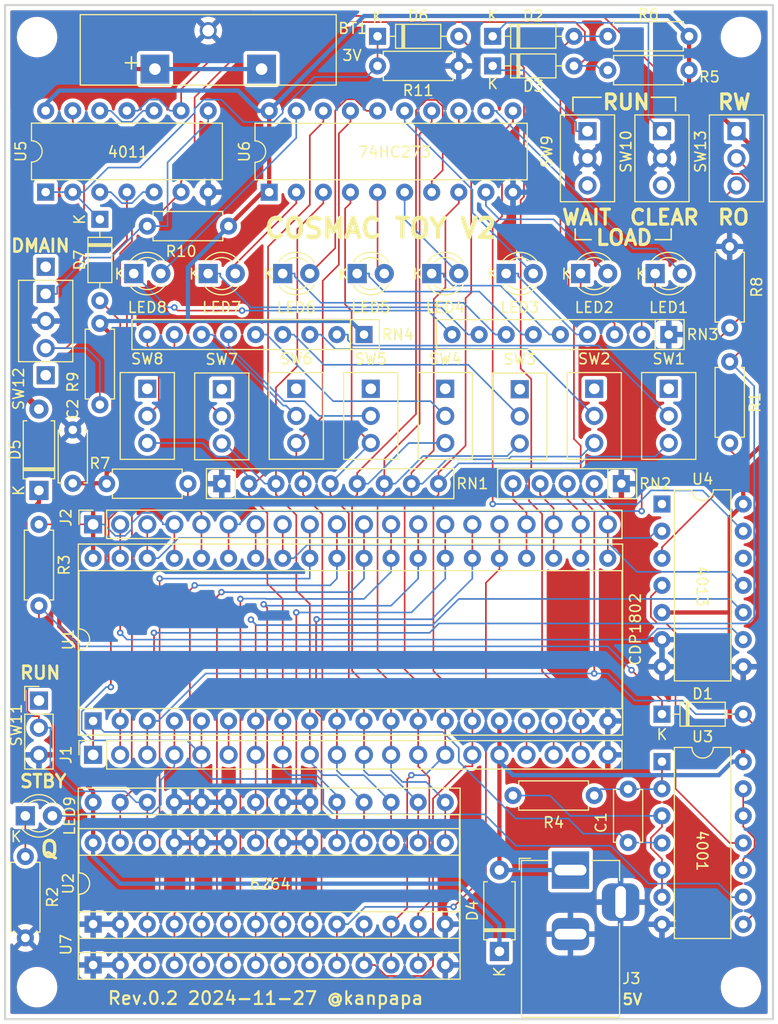
<source format=kicad_pcb>
(kicad_pcb (version 20240108) (generator "pcbnew") (generator_version "8.0")
  (title_block (title "COSMAC TOY V2") (date "2024-11-17") (rev "0.1") (company "kanpapa.com"))
  (layers (0 "F.Cu" signal) (31 "B.Cu" signal) (34 "B.Paste" user) (35 "F.Paste" user) (36 "B.SilkS" user "B.Silkscreen") (37 "F.SilkS" user "F.Silkscreen") (38 "B.Mask" user) (39 "F.Mask" user) (44 "Edge.Cuts" user))
  (net 0 "")
  (net 1 "GND")
  (net 2 "Net-(C1-Pad1)")
  (net 3 "/Q")
  (net 4 "/~{EF2}")
  (net 5 "/~{EF3}")
  (net 6 "/~{EF4}")
  (net 7 "/N0")
  (net 8 "/N1")
  (net 9 "/SC1")
  (net 10 "/TPA")
  (net 11 "/TPB")
  (net 12 "/N2")
  (net 13 "/A7")
  (net 14 "/A6")
  (net 15 "/A5")
  (net 16 "/A4")
  (net 17 "/A3")
  (net 18 "/A2")
  (net 19 "/A1")
  (net 20 "/A0")
  (net 21 "Net-(BT1-+)")
  (net 22 "/CLOCK")
  (net 23 "Net-(D1-K)")
  (net 24 "/~{CLEAR}")
  (net 25 "Net-(R4-Pad1)")
  (net 26 "/~{EF1}")
  (net 27 "Net-(D3-K)")
  (net 28 "/~{WAIT}")
  (net 29 "/D2")
  (net 30 "/D4")
  (net 31 "Net-(D4-K)")
  (net 32 "Net-(U3-Pad10)")
  (net 33 "/SC0")
  (net 34 "VDD")
  (net 35 "Net-(U4A-C)")
  (net 36 "/~{XTAL}")
  (net 37 "/~{INT}")
  (net 38 "Net-(LED1-K)")
  (net 39 "Net-(U4A-R)")
  (net 42 "/D7")
  (net 43 "Net-(U5-Pad10)")
  (net 44 "/D6")
  (net 45 "/LED0")
  (net 46 "Net-(LED2-K)")
  (net 47 "/LED1")
  (net 48 "Net-(LED3-K)")
  (net 49 "/LED2")
  (net 50 "Net-(LED4-K)")
  (net 51 "/LED3")
  (net 52 "/LED4")
  (net 53 "Net-(LED5-K)")
  (net 54 "/LED5")
  (net 55 "Net-(LED6-K)")
  (net 56 "/LED6")
  (net 57 "Net-(LED7-K)")
  (net 58 "/LED7")
  (net 59 "Net-(LED8-K)")
  (net 60 "Net-(SW12-A)")
  (net 61 "Net-(SW12-C)")
  (net 65 "/D0")
  (net 66 "Net-(D2-K)")
  (net 67 "Net-(D6-K)")
  (net 68 "Net-(LED9-K)")
  (net 69 "/D5")
  (net 70 "/~{MRD}")
  (net 71 "/D3")
  (net 72 "/D1")
  (net 73 "/~{DMAIN}")
  (net 74 "/~{MWR}")
  (net 75 "Net-(SW13-B)")
  (net 76 "Net-(RN4-R4)")
  (net 77 "Net-(RN4-R5)")
  (net 78 "Net-(RN4-R8)")
  (net 79 "Net-(RN4-R6)")
  (net 80 "Net-(RN4-R2)")
  (net 81 "Net-(RN4-R3)")
  (net 82 "Net-(RN4-R7)")
  (net 83 "Net-(RN4-R1)")
  (net 84 "Net-(U4B-Q)")
  (net 85 "Net-(U4B-D)")
  (net 86 "Net-(U5-Pad3)")
  (footprint "MountingHole:MountingHole_3.2mm_M3" (layer "F.Cu") (at 33.48 148.515 -90)
    (property "Reference" "MH4" (hide yes))
    (property "Value" "MountingHole_3.2mm_M3" (hide yes))
  )
  (footprint "MountingHole:MountingHole_3.2mm_M3" (layer "F.Cu") (at 33.48 59.515 -90)
    (property "Reference" "MH1" (hide yes))
    (property "Value" "MountingHole_3.2mm_M3" (hide yes))
  )
  (footprint "MountingHole:MountingHole_3.2mm_M3" (layer "F.Cu") (at 99.48 59.515 -90)
    (property "Reference" "MH2" (hide yes))
    (property "Value" "MountingHole_3.2mm_M3" (hide yes))
  )
  (footprint "MountingHole:MountingHole_3.2mm_M3" (layer "F.Cu") (at 99.48 148.515 -90)
    (property "Reference" "MH3" (hide yes))
    (property "Value" "MountingHole_3.2mm_M3" (hide yes))
  )
  (footprint "Resistor_THT:R_Axial_DIN0207_L6.3mm_D2.5mm_P7.62mm_Horizontal" (layer "F.Cu") (at 39.37 86.335 -90)
    (property "Reference" "R9")
    (property "Value" "22k")
  )
  (footprint "Package_DIP:DIP-14_W7.62mm" (layer "F.Cu") (at 92.075 127.385)
    (property "Reference" "U3")
    (property "Value" "4001")
  )
  (footprint "Resistor_THT:R_Axial_DIN0207_L6.3mm_D2.5mm_P7.62mm_Horizontal" (layer "F.Cu") (at 51.435 77.22 180)
    (property "Reference" "R10")
    (property "Value" "22k")
  )
  (footprint "Connector_PinSocket_2.54mm:PinSocket_1x20_P2.54mm_Vertical" (layer "F.Cu") (at 38.735 105.16 90)
    (property "Reference" "J2")
    (property "Value" "Conn_01x20")
  )
  (footprint "Connector_PinSocket_2.54mm:PinSocket_1x20_P2.54mm_Vertical" (layer "F.Cu") (at 38.735 126.75 90)
    (property "Reference" "J1")
    (property "Value" "Conn_01x20")
  )
  (footprint "Switch_Toggle:SW_Toggle_P2.54mm_Vertical" (layer "F.Cu") (at 57.785 92.46)
    (property "Reference" "SW6")
    (property "Value" "D5")
  )
  (footprint "Resistor_THT:R_Axial_DIN0207_L6.3mm_D2.5mm_P7.62mm_Horizontal" (layer "F.Cu") (at 86.995 62.615)
    (property "Reference" "R5")
    (property "Value" "22k")
  )
  (footprint "Package_DIP:DIP-14_W7.62mm" (layer "F.Cu") (at 92.075 103.255)
    (property "Reference" "U4")
    (property "Value" "4013")
  )
  (footprint "Resistor_THT:R_Axial_DIN0207_L6.3mm_D2.5mm_P7.62mm_Horizontal" (layer "F.Cu") (at 33.655 105.16 -90)
    (property "Reference" "R3")
    (property "Value" "22k")
  )
  (footprint "Package_DIP:DIP-14_W7.62mm" (layer "F.Cu") (at 34.285 74.035 90)
    (property "Reference" "U5")
    (property "Value" "4011")
  )
  (footprint "LED_THT:LED_D3.0mm" (layer "F.Cu") (at 91.435 81.665)
    (property "Reference" "LED1")
    (property "Value" "DATA_LED")
  )
  (footprint "Capacitor_THT:C_Disc_D4.7mm_W2.5mm_P5.00mm" (layer "F.Cu") (at 36.83 101.31 90)
    (property "Reference" "C2")
    (property "Value" "0.1")
  )
  (footprint "LED_THT:LED_D3.0mm" (layer "F.Cu") (at 70.48 81.665)
    (property "Reference" "LED4")
    (property "Value" "DATA_LED")
  )
  (footprint "Resistor_THT:R_Axial_DIN0207_L6.3mm_D2.5mm_P7.62mm_Horizontal" (layer "F.Cu") (at 32.385 143.895 90)
    (property "Reference" "R2")
    (property "Value" "2.2k")
  )
  (footprint "Switch_Toggle:SW_Toggle_P2.54mm_Vertical" (layer "F.Cu") (at 43.815 92.46)
    (property "Reference" "SW8")
    (property "Value" "D7")
  )
  (footprint "Resistor_THT:R_Axial_DIN0207_L6.3mm_D2.5mm_P7.62mm_Horizontal" (layer "F.Cu") (at 47.625 101.35 180)
    (property "Reference" "R7")
    (property "Value" "22k")
  )
  (footprint "LED_THT:LED_D3.0mm" (layer "F.Cu") (at 49.525 81.665)
    (property "Reference" "LED7")
    (property "Value" "DATA_LED")
  )
  (footprint "Resistor_THT:R_Axial_DIN0207_L6.3mm_D2.5mm_P7.62mm_Horizontal" (layer "F.Cu") (at 98.425 89.92 -90)
    (property "Reference" "R1")
    (property "Value" "22k")
  )
  (footprint "Package_DIP:DIP-20_W7.62mm" (layer "F.Cu") (at 55.245 74.045 90)
    (property "Reference" "U6")
    (property "Value" "74HC273")
  )
  (footprint "LED_THT:LED_D3.0mm" (layer "F.Cu") (at 32.38 132.465)
    (property "Reference" "LED9")
    (property "Value" "Q")
  )
  (footprint "Switch_Toggle:SW_Toggle_P2.54mm_Vertical" (layer "F.Cu") (at 71.755 92.46)
    (property "Reference" "SW4")
    (property "Value" "D3")
  )
  (footprint "Connector_BarrelJack:BarrelJack_Horizontal" (layer "F.Cu") (at 83.4975 137.545 90)
    (property "Reference" "J3")
    (property "Value" "Barrel_Jack_Switch")
  )
  (footprint "Resistor_THT:R_Array_SIP5" (layer "F.Cu") (at 88.265 101.35 180)
    (property "Reference" "RN2")
    (property "Value" "RN22K-4")
  )
  (footprint "Connector_PinHeader_2.54mm:PinHeader_1x03_P2.54mm_Vertical" (layer "F.Cu") (at 33.655 121.67)
    (property "Reference" "SW11")
    (property "Value" "STB SW")
  )
  (footprint "Switch_Toggle:SW_Toggle_P2.54mm_Vertical" (layer "F.Cu") (at 92.075 68.33)
    (property "Reference" "SW10")
    (property "Value" "CLEAR")
  )
  (footprint "Switch_Toggle:SW_Toggle_P2.54mm_Vertical" (layer "F.Cu") (at 78.74 92.5)
    (property "Reference" "SW3")
    (property "Value" "D2")
  )
  (footprint "Package_DIP:DIP-28_W7.62mm_Socket" (layer "F.Cu") (at 38.735 142.61 90)
    (property "Reference" "U2")
    (property "Value" "HM6264ALSP(300mil)")
  )
  (footprint "LED_THT:LED_D3.0mm" (layer "F.Cu") (at 56.51 81.665)
    (property "Reference" "LED6")
    (property "Value" "DATA_LED")
  )
  (footprint "Switch_Toggle:SW_Toggle_P2.54mm_Vertical" (layer "F.Cu") (at 85.725 92.46)
    (property "Reference" "SW2")
    (property "Value" "D1")
  )
  (footprint "Switch_Toggle:SW_Toggle_P2.54mm_Vertical" (layer "F.Cu") (at 92.71 92.46)
    (property "Reference" "SW1")
    (property "Value" "D0")
  )
  (footprint "Diode_THT:D_A-405_P7.62mm_Horizontal" (layer "F.Cu") (at 33.655 101.985 90)
    (property "Reference" "D5")
    (property "Value" "1S4")
  )
  (footprint "Diode_THT:D_DO-35_SOD27_P7.62mm_Horizontal" (layer "F.Cu") (at 39.37 76.585 -90)
    (property "Reference" "D7")
    (property "Value" "1N4148")
  )
  (footprint "Package_DIP:DIP-28_W15.24mm_Socket" (layer "F.Cu") (at 38.735 146.435 90)
    (property "Reference" "U7")
    (property "Value" "HM6264ALSP(600mil)")
  )
  (footprint "LED_THT:LED_D3.0mm" (layer "F.Cu") (at 42.545 81.665)
    (property "Reference" "LED8")
    (property "Value" "DATA_LED")
  )
  (footprint "Resistor_THT:R_Axial_DIN0207_L6.3mm_D2.5mm_P7.62mm_Horizontal" (layer "F.Cu") (at 86.995 59.44)
    (property "Reference" "R6")
    (property "Value" "22k")
  )
  (footprint "Switch_Toggle:PushSwitch" (layer "F.Cu") (at 34.29 83.57)
    (property "Reference" "SW12")
    (property "Value" "DMA-IN")
  )
  (footprint "Capacitor_THT:C_Disc_D4.7mm_W2.5mm_P5.00mm" (layer "F.Cu") (at 88.9 129.965 -90)
    (property "Reference" "C1")
    (property "Value" "22p")
  )
  (footprint "Switch_Toggle:SW_Toggle_P2.54mm_Vertical" (layer "F.Cu") (at 64.77 92.46)
    (property "Reference" "SW5")
    (property "Value" "D4")
  )
  (footprint "Resistor_THT:R_Axial_DIN0207_L6.3mm_D2.5mm_P7.62mm_Horizontal" (layer "F.Cu") (at 78.105 130.56)
    (property "Reference" "R4")
    (property "Value" "22k")
  )
  (footprint "Resistor_THT:R_Axial_DIN0207_L6.3mm_D2.5mm_P7.62mm_Horizontal" (layer "F.Cu") (at 65.405 62.215)
    (property "Reference" "R11")
    (property "Value" "22k")
  )
  (footprint "Resistor_THT:R_Array_SIP9" (layer "F.Cu") (at 64.135 87.38 180)
    (property "Reference" "RN4")
    (property "Value" "RN6.8K-8")
  )
  (footprint "Switch_Toggle:SW_Toggle_P2.54mm_Vertical" (layer "F.Cu") (at 85.09 68.33)
    (property "Reference" "SW9")
    (property "Value" "WAIT")
  )
  (footprint "Resistor_THT:R_Axial_DIN0207_L6.3mm_D2.5mm_P7.62mm_Horizontal" (layer "F.Cu") (at 98.425 86.745 90)
    (property "Reference" "R8")
    (property "Value" "22k")
  )
  (footprint "Diode_THT:D_DO-35_SOD27_P7.62mm_Horizontal" (layer "F.Cu") (at 92.075 122.94)
    (property "Reference" "D1")
    (property "Value" "1N4148")
  )
  (footprint "LED_THT:LED_D3.0mm" (layer "F.Cu") (at 63.495 81.665)
    (property "Reference" "LED5")
    (property "Value" "DATA_LED")
  )
  (footprint "Diode_THT:D_DO-35_SOD27_P7.62mm_Horizontal" (layer "F.Cu") (at 76.2 62.215)
    (property "Reference" "D3")
    (property "Value" "1N4148")
  )
  (footprint "Diode_THT:D_DO-35_SOD27_P7.62mm_Horizontal" (layer "F.Cu") (at 65.405 59.44)
    (property "Reference" "D6")
    (property "Value" "1N4148")
  )
  (footprint "Resistor_THT:R_Array_SIP9" (layer "F.Cu") (at 50.8 101.35)
    (property "Reference" "RN1")
    (property "Value" "RN22K-8")
  )
  (footprint "Switch_Toggle:SW_Toggle_P2.54mm_Vertical" (layer "F.Cu") (at 50.8 92.5)
    (property "Reference" "SW7")
    (property "Value" "D6")
  )
  (footprint "Switch_Toggle:CH243-2032CF" (layer "F.Cu") (at 44.53 62.51)
    (property "Reference" "BT1")
    (property "Value" "Battery_Cell")
  )
  (footprint "Switch_Toggle:SW_Toggle_P2.54mm_Vertical" (layer "F.Cu") (at 99.06 68.33)
    (property "Reference" "SW13")
    (property "Value" "R/W SW")
  )
  (footprint "Diode_THT:D_A-405_P7.62mm_Horizontal" (layer "F.Cu") (at 76.835 145.165 90)
    (property "Reference" "D4")
    (property "Value" "1S4")
  )
  (footprint "Resistor_THT:R_Array_SIP9" (layer "F.Cu") (at 92.71 87.38 180)
    (property "Reference" "RN3")
    (property "Value" "RN2.2K-8")
  )
  (footprint "LED_THT:LED_D3.0mm" (layer "F.Cu") (at 84.45 81.665)
    (property "Reference" "LED2")
    (property "Value" "DATA_LED")
  )
  (footprint "Diode_THT:D_DO-35_SOD27_P7.62mm_Horizontal" (layer "F.Cu") (at 76.2 59.44)
    (property "Reference" "D2")
    (property "Value" "1N4148")
  )
  (footprint "LED_THT:LED_D3.0mm" (layer "F.Cu") (at 77.465 81.665)
    (property "Reference" "LED3")
    (property "Value" "DATA_LED")
  )
  (footprint "Package_DIP:DIP-40_W15.24mm_Socket" (layer "F.Cu") (at 38.735 123.575 90)
    (property "Reference" "U1")
    (property "Value" "CDP1802ACE")
  )
  (gr_line (start 85.44 78.49) (end 83.94 78.49) (stroke (width 0.15)) (layer "F.SilkS"))
  (gr_line (start 91.44 78.49) (end 92.94 78.49) (stroke (width 0.15)) (layer "F.SilkS"))
  (gr_line (start 83.725 65.155) (end 83.725 66.425) (stroke (width 0.15)) (layer "F.SilkS"))
  (gr_line (start 86.36 65.155) (end 83.725 65.155) (stroke (width 0.15)) (layer "F.SilkS"))
  (gr_line (start 92.94 78.49) (end 92.94 77.49) (stroke (width 0.15)) (layer "F.SilkS"))
  (gr_line (start 93.345 65.155) (end 93.345 66.425) (stroke (width 0.15)) (layer "F.SilkS"))
  (gr_line (start 91.075 65.155) (end 93.345 65.155) (stroke (width 0.15)) (layer "F.SilkS"))
  (gr_line (start 83.94 78.49) (end 83.94 77.49) (stroke (width 0.15)) (layer "F.SilkS"))
  (gr_line (start 30.48 151.515) (end 102.48 151.515) (stroke (width 0.2)) (layer "Edge.Cuts"))
  (gr_line (start 30.48 56.515) (end 30.48 151.515) (stroke (width 0.2)) (layer "Edge.Cuts"))
  (gr_line (start 102.48 151.515) (end 102.48 56.515) (stroke (width 0.2)) (layer "Edge.Cuts"))
  (gr_line (start 102.48 56.515) (end 30.48 56.515) (stroke (width 0.2)) (layer "Edge.Cuts"))
  (gr_text "RUN" (at 31.75 119.765 0) (layer "F.SilkS") (effects (font (size 1.2 1.2) (thickness 0.25) (bold yes)) (justify left bottom)))
  (gr_text "LOAD" (at 85.725 79.125 0) (layer "F.SilkS") (effects (font (size 1.4 1.4) (thickness 0.3) (bold yes)) (justify left bottom)))
  (gr_text "4011" (at 40.005 70.87 0) (layer "F.SilkS") (effects (font (size 1 1)) (justify left bottom)))
  (gr_text "RO" (at 97.155 77.22 0) (layer "F.SilkS") (effects (font (size 1.4 1.4) (thickness 0.3) (bold yes)) (justify left bottom)))
  (gr_text "K" (at 68.58 82.3 0) (layer "F.SilkS") (effects (font (size 1 1)) (justify left bottom)))
  (gr_text "5V" (at 88.265 150.245 0) (layer "F.SilkS") (effects (font (size 1 1) (thickness 0.2) (bold yes)) (justify left bottom)))
  (gr_text "DMAIN" (at 30.915 79.76 0) (layer "F.SilkS") (effects (font (size 1.2 1.2) (thickness 0.25) (bold yes)) (justify left bottom)))
  (gr_text "K" (at 54.61 82.3 0) (layer "F.SilkS") (effects (font (size 1 1)) (justify left bottom)))
  (gr_text "CLEAR" (at 88.9 77.22 0) (layer "F.SilkS") (effects (font (size 1.4 1.4) (thickness 0.3) (bold yes)) (justify left bottom)))
  (gr_text "3V" (at 62.01 61.815 0) (layer "F.SilkS") (effects (font (size 1 1)) (justify left bottom)))
  (gr_text "K" (at 89.535 82.3 0) (layer "F.SilkS") (effects (font (size 1 1)) (justify left bottom)))
  (gr_text "WAIT" (at 82.55 77.22 0) (layer "F.SilkS") (effects (font (size 1.4 1.4) (thickness 0.3) (bold yes)) (justify left bottom)))
  (gr_text "K" (at 30.915 135.005 0) (layer "F.SilkS") (effects (font (size 1 1)) (justify left bottom)))
  (gr_text "STBY" (at 31.75 129.925 0) (layer "F.SilkS") (effects (font (size 1.2 1.2) (thickness 0.25) (bold yes)) (justify left bottom)))
  (gr_text "K" (at 75.565 82.3 0) (layer "F.SilkS") (effects (font (size 1 1)) (justify left bottom)))
  (gr_text "Q" (at 33.655 136.475 0) (layer "F.SilkS") (effects (font (size 1.5 1.5) (thickness 0.3) (bold yes)) (justify left bottom)))
  (gr_text "6264" (at 53.34 139.45 0) (layer "F.SilkS") (effects (font (size 1 1)) (justify left bottom)))
  (gr_text "74HC273" (at 63.5 70.87 0) (layer "F.SilkS") (effects (font (size 1 1)) (justify left bottom)))
  (gr_text "4013" (at 95.25 108.97 -90) (layer "F.SilkS") (effects (font (size 1 1)) (justify left bottom)))
  (gr_text "CDP1802" (at 90.17 118.495 90) (layer "F.SilkS") (effects (font (size 1 1)) (justify left bottom)))
  (gr_text "COSMAC TOY V2" (at 54.61 78.49 0) (layer "F.SilkS") (effects (font (size 1.8 1.8) (thickness 0.4) (bold yes)) (justify left bottom)))
  (gr_text "K" (at 82.55 82.3 0) (layer "F.SilkS") (effects (font (size 1 1)) (justify left bottom)))
  (gr_text "K" (at 40.64 82.3 0) (layer "F.SilkS") (effects (font (size 1 1)) (justify left bottom)))
  (gr_text "K" (at 61.595 82.3 0) (layer "F.SilkS") (effects (font (size 1 1)) (justify left bottom)))
  (gr_text "4001" (at 95.25 133.735 -90) (layer "F.SilkS") (effects (font (size 1 1)) (justify left bottom)))
  (gr_text "K" (at 47.625 82.3 0) (layer "F.SilkS") (effects (font (size 1 1)) (justify left bottom)))
  (gr_text "RW" (at 97.155 66.425 0) (layer "F.SilkS") (effects (font (size 1.4 1.4) (thickness 0.3) (bold yes)) (justify left bottom)))
  (gr_text "RUN" (at 86.36 66.425 0) (layer "F.SilkS") (effects (font (size 1.4 1.4) (thickness 0.3) (bold yes)) (justify left bottom)))
  (gr_text "Rev.0.2 2024-11-27 @kanpapa" (at 40.005 150.245 0) (layer "F.SilkS") (effects (font (size 1.2 1.2) (thickness 0.2) (bold yes)) (justify left bottom)))
  (segment (start 92.075 129.925) (end 92.075 127.385) (width 0.1524) (layer "F.Cu") (net 2))
  (segment (start 85.725 130.56) (end 86.32 129.965) (width 0.1524) (layer "B.Cu") (net 2))
  (segment (start 86.32 129.965) (end 88.9 129.965) (width 0.1524) (layer "B.Cu") (net 2))
  (segment (start 92.035 129.965) (end 88.9 129.965) (width 0.1524) (layer "B.Cu") (net 2))
  (segment (start 92.075 129.925) (end 92.035 129.965) (width 0.1524) (layer "B.Cu") (net 2))
  (segment (start 46.355 123.575) (end 46.355 126.75) (width 0.1524) (layer "F.Cu") (net 3))
  (segment (start 37.4604 132.465) (end 34.92 132.465) (width 0.1524) (layer "B.Cu") (net 3))
  (segment (start 44.27 132.242) (end 37.6834 132.242) (width 0.1524) (layer "B.Cu") (net 3))
  (segment (start 37.6834 132.242) (end 37.4604 132.465) (width 0.1524) (layer "B.Cu") (net 3))
  (segment (start 45.085 131.427) (end 44.27 132.242) (width 0.1524) (layer "B.Cu") (net 3))
  (segment (start 46.355 126.75) (end 46.355 127.83) (width 0.1524) (layer "B.Cu") (net 3))
  (segment (start 45.085 129.1) (end 45.085 131.427) (width 0.1524) (layer "B.Cu") (net 3))
  (segment (start 46.355 127.83) (end 45.085 129.1) (width 0.1524) (layer "B.Cu") (net 3))
  (segment (start 80.645 102.38) (end 81.915 103.65) (width 0.1524) (layer "F.Cu") (net 4))
  (segment (start 80.645 101.35) (end 80.645 102.38) (width 0.1524) (layer "F.Cu") (net 4))
  (segment (start 81.915 103.65) (end 81.915 105.16) (width 0.1524) (layer "F.Cu") (net 4))
  (segment (start 81.915 108.335) (end 81.915 105.16) (width 0.1524) (layer "F.Cu") (net 4))
  (segment (start 83.185 102.81) (end 84.455 104.08) (width 0.1524) (layer "F.Cu") (net 5))
  (segment (start 84.455 104.08) (end 84.455 105.16) (width 0.1524) (layer "F.Cu") (net 5))
  (segment (start 83.185 101.35) (end 83.185 102.81) (width 0.1524) (layer "F.Cu") (net 5))
  (segment (start 84.455 105.16) (end 84.455 108.335) (width 0.1524) (layer "F.Cu") (net 5))
  (segment (start 85.725 101.35) (end 85.725 102.81) (width 0.1524) (layer "F.Cu") (net 6))
  (segment (start 85.725 102.81) (end 86.995 104.08) (width 0.1524) (layer "F.Cu") (net 6))
  (segment (start 86.995 108.335) (end 86.995 105.16) (width 0.1524) (layer "F.Cu") (net 6))
  (segment (start 86.995 104.08) (end 86.995 105.16) (width 0.1524) (layer "F.Cu") (net 6))
  (segment (start 84.455 122.545) (end 84.455 123.575) (width 0.1524) (layer "F.Cu") (net 7))
  (segment (start 74.295 60.71) (end 77.47 60.71) (width 0.1524) (layer "F.Cu") (net 7))
  (segment (start 79.1353 62.3753) (end 79.1353 74.4718) (width 0.1524) (layer "F.Cu") (net 7))
  (segment (start 80.8347 118.924) (end 84.455 122.545) (width 0.1524) (layer "F.Cu") (net 7))
  (segment (start 79.1353 74.4718) (end 78.827 74.7801) (width 0.1524) (layer "F.Cu") (net 7))
  (segment (start 78.827 74.7801) (end 78.827 90.5613) (width 0.1524) (layer "F.Cu") (net 7))
  (segment (start 79.8203 100.32) (end 79.6119 100.528) (width 0.1524) (layer "F.Cu") (net 7))
  (segment (start 73.025 59.44) (end 74.295 60.71) (width 0.1524) (layer "F.Cu") (net 7))
  (segment (start 79.8203 91.5546) (end 79.8203 100.32) (width 0.1524) (layer "F.Cu") (net 7))
  (segment (start 79.6119 102.97) (end 80.8347 104.193) (width 0.1524) (layer "F.Cu") (net 7))
  (segment (start 77.47 60.71) (end 79.1353 62.3753) (width 0.1524) (layer "F.Cu") (net 7))
  (segment (start 78.827 90.5613) (end 79.8203 91.5546) (width 0.1524) (layer "F.Cu") (net 7))
  (segment (start 84.455 126.75) (end 84.455 123.575) (width 0.1524) (layer "F.Cu") (net 7))
  (segment (start 80.8347 104.193) (end 80.8347 118.924) (width 0.1524) (layer "F.Cu") (net 7))
  (segment (start 79.6119 100.528) (end 79.6119 102.97) (width 0.1524) (layer "F.Cu") (net 7))
  (segment (start 81.915 123.575) (end 81.915 126.75) (width 0.1524) (layer "F.Cu") (net 8))
  (segment (start 40.3999 111.316) (end 39.8798 110.796) (width 0.1524) (layer "F.Cu") (net 9))
  (segment (start 39.8798 103.311) (end 41.275 101.916) (width 0.1524) (layer "F.Cu") (net 9))
  (segment (start 41.275 86.11) (end 39.37 84.205) (width 0.1524) (layer "F.Cu") (net 9))
  (segment (start 39.8798 110.796) (end 39.8798 103.311) (width 0.1524) (layer "F.Cu") (net 9))
  (segment (start 48.895 126.75) (end 48.895 123.575) (width 0.1524) (layer "F.Cu") (net 9))
  (segment (start 41.275 101.916) (end 41.275 86.11) (width 0.1524) (layer "F.Cu") (net 9))
  (segment (start 40.3999 120.4) (end 40.3999 111.316) (width 0.1524) (layer "F.Cu") (net 9))
  (via (at 40.3999 120.4) (size 0.6096) (drill 0.3) (layers "F.Cu" "B.Cu") (net 9))
  (segment (start 60.325 129.925) (end 60.325 131.38) (width 0.1524) (layer "B.Cu") (net 9))
  (segment (start 48.895 128.02) (end 49.8829 129.008) (width 0.1524) (layer "B.Cu") (net 9))
  (segment (start 37.6586 124.424) (end 38.6329 125.399) (width 0.1524) (layer "B.Cu") (net 9))
  (segment (start 90.8257 138.815) (end 97.3947 138.815) (width 0.1524) (layer "B.Cu") (net 9))
  (segment (start 49.8829 129.008) (end 59.4079 129.008) (width 0.1524) (layer "B.Cu") (net 9))
  (segment (start 37.6586 122.706) (end 37.6586 124.424) (width 0.1524) (layer "B.Cu") (net 9))
  (segment (start 97.3947 138.815) (end 98.6647 140.085) (width 0.1524) (layer "B.Cu") (net 9))
  (segment (start 98.6647 140.085) (end 99.695 140.085) (width 0.1524) (layer "B.Cu") (net 9))
  (segment (start 48.895 126.75) (end 48.895 128.02) (width 0.1524) (layer "B.Cu") (net 9))
  (segment (start 38.6329 125.399) (end 47.5436 125.399) (width 0.1524) (layer "B.Cu") (net 9))
  (segment (start 61.2744 132.329) (end 75.4498 132.329) (width 0.1524) (layer "B.Cu") (net 9))
  (segment (start 60.325 131.38) (end 61.2744 132.329) (width 0.1524) (layer "B.Cu") (net 9))
  (segment (start 40.3999 120.4) (end 39.9646 120.4) (width 0.1524) (layer "B.Cu") (net 9))
  (segment (start 75.4498 132.329) (end 78.3936 135.273) (width 0.1524) (layer "B.Cu") (net 9))
  (segment (start 39.9646 120.4) (end 37.6586 122.706) (width 0.1524) (layer "B.Cu") (net 9))
  (segment (start 87.2837 135.273) (end 90.8257 138.815) (width 0.1524) (layer "B.Cu") (net 9))
  (segment (start 47.5436 125.399) (end 48.895 126.75) (width 0.1524) (layer "B.Cu") (net 9))
  (segment (start 59.4079 129.008) (end 60.325 129.925) (width 0.1524) (layer "B.Cu") (net 9))
  (segment (start 78.3936 135.273) (end 87.2837 135.273) (width 0.1524) (layer "B.Cu") (net 9))
  (segment (start 53.975 108.335) (end 53.975 105.16) (width 0.1524) (layer "F.Cu") (net 10))
  (segment (start 56.515 108.335) (end 56.515 105.16) (width 0.1524) (layer "F.Cu") (net 11))
  (segment (start 57.5453 108.335) (end 58.8153 107.065) (width 0.1524) (layer "B.Cu") (net 11))
  (segment (start 89.7197 109.605) (end 98.425 109.605) (width 0.1524) (layer "B.Cu") (net 11))
  (segment (start 58.8153 107.065) (end 87.1797 107.065) (width 0.1524) (layer "B.Cu") (net 11))
  (segment (start 56.515 108.335) (end 57.5453 108.335) (width 0.1524) (layer "B.Cu") (net 11))
  (segment (start 98.425 109.605) (end 99.695 110.875) (width 0.1524) (layer "B.Cu") (net 11))
  (segment (start 87.1797 107.065) (end 89.7197 109.605) (width 0.1524) (layer "B.Cu") (net 11))
  (segment (start 79.375 123.575) (end 79.375 126.75) (width 0.1524) (layer "F.Cu") (net 12))
  (segment (start 43.815 141.595) (end 43.815 142.61) (width 0.1524) (layer "F.Cu") (net 13))
  (segment (start 44.9697 110.24) (end 44.9697 140.44) (width 0.1524) (layer "F.Cu") (net 13))
  (segment (start 59.055 108.335) (end 59.055 105.16) (width 0.1524) (layer "F.Cu") (net 13))
  (segment (start 44.9697 140.44) (end 43.815 141.595) (width 0.1524) (layer "F.Cu") (net 13))
  (segment (start 43.815 142.61) (end 43.815 146.435) (width 0.1524) (layer "F.Cu") (net 13))
  (via (at 44.9697 110.24) (size 0.6096) (drill 0.3) (layers "F.Cu" "B.Cu") (net 13))
  (segment (start 59.055 110.24) (end 59.055 108.335) (width 0.1524) (layer "B.Cu") (net 13))
  (segment (start 44.9697 110.24) (end 59.055 110.24) (width 0.1524) (layer "B.Cu") (net 13))
  (segment (start 47.806 111.329) (end 47.806 140.144) (width 0.1524) (layer "F.Cu") (net 14))
  (segment (start 61.595 108.335) (end 61.595 105.16) (width 0.1524) (layer "F.Cu") (net 14))
  (segment (start 48.26 110.875) (end 47.806 111.329) (width 0.1524) (layer "F.Cu") (net 14))
  (segment (start 46.355 141.595) (end 46.355 142.61) (width 0.1524) (layer "F.Cu") (net 14))
  (segment (start 47.806 140.144) (end 46.355 141.595) (width 0.1524) (layer "F.Cu") (net 14))
  (segment (start 46.355 142.61) (end 46.355 146.435) (width 0.1524) (layer "F.Cu") (net 14))
  (via (at 48.26 110.875) (size 0.6096) (drill 0.3) (layers "F.Cu" "B.Cu") (net 14))
  (segment (start 61.595 110.24) (end 61.595 108.335) (width 0.1524) (layer "B.Cu") (net 14))
  (segment (start 48.26 110.875) (end 60.96 110.875) (width 0.1524) (layer "B.Cu") (net 14))
  (segment (start 60.96 110.875) (end 61.595 110.24) (width 0.1524) (layer "B.Cu") (net 14))
  (segment (start 50.7722 111.51) (end 50.346 111.936) (width 0.1524) (layer "F.Cu") (net 15))
  (segment (start 48.895 141.595) (end 48.895 142.61) (width 0.1524) (layer "F.Cu") (net 15))
  (segment (start 50.346 111.936) (end 50.346 140.144) (width 0.1524) (layer "F.Cu") (net 15))
  (segment (start 48.895 142.61) (end 48.895 146.435) (width 0.1524) (layer "F.Cu") (net 15))
  (segment (start 50.346 140.144) (end 48.895 141.595) (width 0.1524) (layer "F.Cu") (net 15))
  (segment (start 64.135 108.335) (end 64.135 105.16) (width 0.1524) (layer "F.Cu") (net 15))
  (via (at 50.7722 111.51) (size 0.6096) (drill 0.3) (layers "F.Cu" "B.Cu") (net 15))
  (segment (start 64.135 110.24) (end 64.135 108.335) (width 0.1524) (layer "B.Cu") (net 15))
  (segment (start 62.865 111.51) (end 64.135 110.24) (width 0.1524) (layer "B.Cu") (net 15))
  (segment (start 50.7722 111.51) (end 62.865 111.51) (width 0.1524) (layer "B.Cu") (net 15))
  (segment (start 66.675 108.335) (end 66.675 105.16) (width 0.1524) (layer "F.Cu") (net 16))
  (segment (start 52.5416 140.488) (end 51.435 141.595) (width 0.1524) (layer "F.Cu") (net 16))
  (segment (start 51.435 141.595) (end 51.435 142.61) (width 0.1524) (layer "F.Cu") (net 16))
  (segment (start 52.5416 112.145) (end 52.5416 140.488) (width 0.1524) (layer "F.Cu") (net 16))
  (segment (start 51.435 142.61) (end 51.435 146.435) (width 0.1524) (layer "F.Cu") (net 16))
  (via (at 52.5416 112.145) (size 0.6096) (drill 0.3) (layers "F.Cu" "B.Cu") (net 16))
  (segment (start 66.675 109.605) (end 64.135 112.145) (width 0.1524) (layer "B.Cu") (net 16))
  (segment (start 66.675 108.335) (end 66.675 109.605) (width 0.1524) (layer "B.Cu") (net 16))
  (segment (start 54.9445 112.116) (end 52.5711 112.116) (width 0.1524) (layer "B.Cu") (net 16))
  (segment (start 64.135 112.145) (end 54.974 112.145) (width 0.1524) (layer "B.Cu") (net 16))
  (segment (start 54.974 112.145) (end 54.9445 112.116) (width 0.1524) (layer "B.Cu") (net 16))
  (segment (start 52.5711 112.116) (end 52.5416 112.145) (width 0.1524) (layer "B.Cu") (net 16))
  (segment (start 53.975 146.435) (end 53.975 142.61) (width 0.1524) (layer "F.Cu") (net 17))
  (segment (start 55.0599 140.51) (end 53.975 141.595) (width 0.1524) (layer "F.Cu") (net 17))
  (segment (start 53.975 141.595) (end 53.975 142.61) (width 0.1524) (layer "F.Cu") (net 17))
  (segment (start 54.7236 112.649) (end 55.0599 112.985) (width 0.1524) (layer "F.Cu") (net 17))
  (segment (start 55.0599 112.985) (end 55.0599 140.51) (width 0.1524) (layer "F.Cu") (net 17))
  (segment (start 69.215 108.335) (end 69.215 105.16) (width 0.1524) (layer "F.Cu") (net 17))
  (via (at 54.7236 112.649) (size 0.6096) (drill 0.3) (layers "F.Cu" "B.Cu") (net 17))
  (segment (start 66.675 112.78) (end 54.8547 112.78) (width 0.1524) (layer "B.Cu") (net 17))
  (segment (start 69.215 108.335) (end 69.215 110.24) (width 0.1524) (layer "B.Cu") (net 17))
  (segment (start 54.8547 112.78) (end 54.7236 112.649) (width 0.1524) (layer "B.Cu") (net 17))
  (segment (start 69.215 110.24) (end 66.675 112.78) (width 0.1524) (layer "B.Cu") (net 17))
  (segment (start 56.515 141.595) (end 56.515 142.61) (width 0.1524) (layer "F.Cu") (net 18))
  (segment (start 56.515 142.61) (end 56.515 146.435) (width 0.1524) (layer "F.Cu") (net 18))
  (segment (start 57.785 140.325) (end 56.515 141.595) (width 0.1524) (layer "F.Cu") (net 18))
  (segment (start 71.755 108.335) (end 71.755 105.16) (width 0.1524) (layer "F.Cu") (net 18))
  (segment (start 57.785 113.415) (end 57.785 140.325) (width 0.1524) (layer "F.Cu") (net 18))
  (via (at 57.785 113.415) (size 0.6096) (drill 0.3) (layers "F.Cu" "B.Cu") (net 18))
  (segment (start 71.755 110.24) (end 71.755 108.335) (width 0.1524) (layer "B.Cu") (net 18))
  (segment (start 57.785 113.415) (end 68.58 113.415) (width 0.1524) (layer "B.Cu") (net 18))
  (segment (start 68.58 113.415) (end 71.755 110.24) (width 0.1524) (layer "B.Cu") (net 18))
  (segment (start 74.295 108.335) (end 74.295 105.16) (width 0.1524) (layer "F.Cu") (net 19))
  (segment (start 60.1543 123.217) (end 60.1543 140.495) (width 0.1524) (layer "F.Cu") (net 19))
  (segment (start 59.055 141.595) (end 59.055 142.61) (width 0.1524) (layer "F.Cu") (net 19))
  (segment (start 60.1543 140.495) (end 59.055 141.595) (width 0.1524) (layer "F.Cu") (net 19))
  (segment (start 59.055 142.61) (end 59.055 146.435) (width 0.1524) (layer "F.Cu") (net 19))
  (segment (start 59.69 114.05) (end 59.6422 114.098) (width 0.1524) (layer "F.Cu") (net 19))
  (segment (start 59.6422 114.098) (end 59.6422 122.705) (width 0.1524) (layer "F.Cu") (net 19))
  (segment (start 59.6422 122.705) (end 60.1543 123.217) (width 0.1524) (layer "F.Cu") (net 19))
  (via (at 59.69 114.05) (size 0.6096) (drill 0.3) (layers "F.Cu" "B.Cu") (net 19))
  (segment (start 59.69 114.05) (end 70.485 114.05) (width 0.1524) (layer "B.Cu") (net 19))
  (segment (start 70.485 114.05) (end 74.295 110.24) (width 0.1524) (layer "B.Cu") (net 19))
  (segment (start 74.295 110.24) (end 74.295 108.335) (width 0.1524) (layer "B.Cu") (net 19))
  (segment (start 75.565 110.635) (end 75.565 137.958) (width 0.1524) (layer "F.Cu") (net 20))
  (segment (start 76.835 108.335) (end 76.835 109.365) (width 0.1524) (layer "F.Cu") (net 20))
  (segment (start 76.835 108.335) (end 76.835 105.16) (width 0.1524) (layer "F.Cu") (net 20))
  (segment (start 75.565 137.958) (end 72.5335 140.99) (width 0.1524) (layer "F.Cu") (net 20))
  (segment (start 61.595 146.435) (end 61.595 142.61) (width 0.1524) (layer "F.Cu") (net 20))
  (segment (start 76.835 109.365) (end 75.565 110.635) (width 0.1524) (layer "F.Cu") (net 20))
  (via (at 72.5335 140.99) (size 0.6096) (drill 0.3) (layers "F.Cu" "B.Cu") (net 20))
  (segment (start 64.2457 140.99) (end 62.6253 142.61) (width 0.1524) (layer "B.Cu") (net 20))
  (segment (start 72.5335 140.99) (end 64.2457 140.99) (width 0.1524) (layer "B.Cu") (net 20))
  (segment (start 62.6253 142.61) (end 61.595 142.61) (width 0.1524) (layer "B.Cu") (net 20))
  (segment (start 35.665 62.51) (end 31.75 66.425) (width 0.4) (layer "F.Cu") (net 21))
  (segment (start 31.75 66.425) (end 31.75 92.46) (width 0.4) (layer "F.Cu") (net 21))
  (segment (start 44.53 62.51) (end 35.665 62.51) (width 0.4) (layer "F.Cu") (net 21))
  (segment (start 31.75 92.46) (end 33.655 94.365) (width 0.6) (layer "F.Cu") (net 21))
  (segment (start 54.53 62.51) (end 44.53 62.51) (width 0.4) (layer "B.Cu") (net 21))
  (segment (start 38.735 123.575) (end 38.735 126.75) (width 0.1524) (layer "F.Cu") (net 22))
  (segment (start 88.9 134.965) (end 92.035 134.965) (width 0.1524) (layer "B.Cu") (net 22))
  (segment (start 71.515 124.605) (end 39.765 124.605) (width 0.1524) (layer "B.Cu") (net 22))
  (segment (start 92.035 134.965) (end 92.075 135.005) (width 0.1524) (layer "B.Cu") (net 22))
  (segment (start 73.025 126.115) (end 71.515 124.605) (width 0.1524) (layer "B.Cu") (net 22))
  (segment (start 78.3536 132.714) (end 73.025 127.385) (width 0.1524) (layer "B.Cu") (net 22))
  (segment (start 84.7089 134.142) (end 83.2806 132.714) (width 0.1524) (layer "B.Cu") (net 22))
  (segment (start 73.025 127.385) (end 73.025 126.115) (width 0.1524) (layer "B.Cu") (net 22))
  (segment (start 88.0766 134.142) (end 84.7089 134.142) (width 0.1524) (layer "B.Cu") (net 22))
  (segment (start 88.9 134.965) (end 88.0766 134.142) (width 0.1524) (layer "B.Cu") (net 22))
  (segment (start 83.2806 132.714) (end 78.3536 132.714) (width 0.1524) (layer "B.Cu") (net 22))
  (segment (start 39.765 124.605) (end 38.735 123.575) (width 0.1524) (layer "B.Cu") (net 22))
  (segment (start 32.5747 116.386) (end 33.655 115.306) (width 0.1524) (layer "F.Cu") (net 23))
  (segment (start 32.5747 122.64) (end 32.5747 116.386) (width 0.1524) (layer "F.Cu") (net 23))
  (segment (start 33.0642 123.13) (end 32.5747 122.64) (width 0.1524) (layer "F.Cu") (net 23))
  (segment (start 33.655 123.13) (end 33.0642 123.13) (width 0.1524) (layer "F.Cu") (net 23))
  (segment (start 89.2175 118.812) (end 92.075 121.67) (width 0.1524) (layer "F.Cu") (net 23))
  (segment (start 92.075 121.67) (end 92.075 122.94) (width 0.1524) (layer "F.Cu") (net 23))
  (segment (start 43.815 131.195) (end 43.815 134.99) (width 0.1524) (layer "F.Cu") (net 23))
  (segment (start 33.655 115.306) (end 33.655 112.78) (width 0.1524) (layer "F.Cu") (net 23))
  (segment (start 33.655 124.21) (end 33.655 123.13) (width 0.1524) (layer "F.Cu") (net 23))
  (via (at 89.2175 118.812) (size 0.6096) (drill 0.3) (layers "F.Cu" "B.Cu") (net 23))
  (segment (start 37.0697 130.165) (end 34.7353 127.83) (width 0.1524) (layer "B.Cu") (net 23))
  (segment (start 42.7847 131.195) (end 41.7544 130.165) (width 0.1524) (layer "B.Cu") (net 23))
  (segment (start 89.2175 118.812) (end 86.9955 116.59) (width 0.1524) (layer "B.Cu") (net 23))
  (segment (start 43.815 131.195) (end 42.7847 131.195) (width 0.1524) (layer "B.Cu") (net 23))
  (segment (start 34.7353 124.21) (end 33.655 124.21) (width 0.1524) (layer "B.Cu") (net 23))
  (segment (start 34.7353 127.83) (end 34.7353 124.21) (width 0.1524) (layer "B.Cu") (net 23))
  (segment (start 37.465 116.59) (end 33.655 112.78) (width 0.1524) (layer "B.Cu") (net 23))
  (segment (start 86.9955 116.59) (end 37.465 116.59) (width 0.1524) (layer "B.Cu") (net 23))
  (segment (start 41.7544 130.165) (end 37.0697 130.165) (width 0.1524) (layer "B.Cu") (net 23))
  (segment (start 82.55 60.71) (end 83.82 59.44) (width 0.1524) (layer "F.Cu") (net 24))
  (segment (start 101.059 124.304) (end 101.059 141.261) (width 0.1524) (layer "F.Cu") (net 24))
  (segment (start 83.3197 81.7997) (end 82.55 81.03) (width 0.1524) (layer "F.Cu") (net 24))
  (segment (start 85.725 119.13) (end 85.725 103.92) (width 0.1524) (layer "F.Cu") (net 24))
  (segment (start 83.82 85.0643) (end 83.3197 84.564) (width 0.1524) (layer "F.Cu") (net 24))
  (segment (start 83.3197 84.564) (end 83.3197 81.7997) (width 0.1524) (layer "F.Cu") (net 24))
  (segment (start 83.82 97.1606) (end 83.82 85.0643) (width 0.1524) (layer "F.Cu") (net 24))
  (segment (start 99.695 122.94) (end 101.059 124.304) (width 0.1524) (layer "F.Cu") (net 24))
  (segment (start 82.55 81.03) (end 82.55 60.71) (width 0.1524) (layer "F.Cu") (net 24))
  (segment (start 101.059 141.261) (end 99.695 142.625) (width 0.1524) (layer "F.Cu") (net 24))
  (segment (start 84.455 102.65) (end 84.455 97.7956) (width 0.1524) (layer "F.Cu") (net 24))
  (segment (start 85.725 103.92) (end 84.455 102.65) (width 0.1524) (layer "F.Cu") (net 24))
  (segment (start 43.815 123.575) (end 43.815 126.75) (width 0.1524) (layer "F.Cu") (net 24))
  (segment (start 84.455 97.7956) (end 83.82 97.1606) (width 0.1524) (layer "F.Cu") (net 24))
  (via (at 85.725 119.13) (size 0.6096) (drill 0.3) (layers "F.Cu" "B.Cu") (net 24))
  (segment (start 93.98 121.67) (end 95.25 122.94) (width 0.1524) (layer "B.Cu") (net 24))
  (segment (start 49.2903 119.13) (end 44.8453 123.575) (width 0.1524) (layer "B.Cu") (net 24))
  (segment (start 44.8453 123.575) (end 43.815 123.575) (width 0.1524) (layer "B.Cu") (net 24))
  (segment (start 89.535 121.67) (end 93.98 121.67) (width 0.1524) (layer "B.Cu") (net 24))
  (segment (start 86.995 59.44) (end 83.82 59.44) (width 0.1524) (layer "B.Cu") (net 24))
  (segment (start 86.995 119.13) (end 89.535 121.67) (width 0.1524) (layer "B.Cu") (net 24))
  (segment (start 85.725 119.13) (end 49.2903 119.13) (width 0.1524) (layer "B.Cu") (net 24))
  (segment (start 95.25 122.94) (end 99.695 122.94) (width 0.1524) (layer "B.Cu") (net 24))
  (segment (start 85.725 119.13) (end 86.995 119.13) (width 0.1524) (layer "B.Cu") (net 24))
  (segment (start 92.075 133.495) (end 92.075 132.465) (width 0.1524) (layer "F.Cu") (net 25))
  (segment (start 92.075 136.515) (end 91.036 135.476) (width 0.1524) (layer "F.Cu") (net 25))
  (segment (start 92.075 140.085) (end 92.075 137.545) (width 0.1524) (layer "F.Cu") (net 25))
  (segment (start 92.075 137.545) (end 92.075 136.515) (width 0.1524) (layer "F.Cu") (net 25))
  (segment (start 91.036 135.476) (end 91.036 134.534) (width 0.1524) (layer "F.Cu") (net 25))
  (segment (start 91.036 134.534) (end 92.075 133.495) (width 0.1524) (layer "F.Cu") (net 25))
  (segment (start 83.4631 132.465) (end 92.075 132.465) (width 0.1524) (layer "B.Cu") (net 25))
  (segment (start 81.5581 130.56) (end 83.4631 132.465) (width 0.1524) (layer "B.Cu") (net 25))
  (segment (start 78.105 130.56) (end 81.5581 130.56) (width 0.1524) (layer "B.Cu") (net 25))
  (segment (start 79.375 105.16) (end 79.375 108.335) (width 0.1524) (layer "F.Cu") (net 26))
  (segment (start 78.105 102.81) (end 79.375 104.08) (width 0.1524) (layer "F.Cu") (net 26))
  (segment (start 78.105 101.35) (end 78.105 102.81) (width 0.1524) (layer "F.Cu") (net 26))
  (segment (start 79.375 104.08) (end 79.375 105.16) (width 0.1524) (layer "F.Cu") (net 26))
  (segment (start 76.2 62.615) (end 76.6 62.615) (width 0.1524) (layer "B.Cu") (net 27))
  (segment (start 76.6 62.615) (end 79.1353 62.615) (width 0.1524) (layer "B.Cu") (net 27))
  (segment (start 76.6 62.615) (end 76.2 62.215) (width 0.1524) (layer "B.Cu") (net 27))
  (segment (start 84.0097 67.4894) (end 84.0097 68.33) (width 0.1524) (layer "B.Cu") (net 27))
  (segment (start 84.0097 68.33) (end 85.09 68.33) (width 0.1524) (layer "B.Cu") (net 27))
  (segment (start 79.1353 62.615) (end 84.0097 67.4894) (width 0.1524) (layer "B.Cu") (net 27))
  (segment (start 41.275 123.575) (end 41.275 122.545) (width 0.1524) (layer "F.Cu") (net 28))
  (segment (start 45.07 75.95) (end 46.985 74.035) (width 0.1524) (layer "F.Cu") (net 28))
  (segment (start 48.255 65.1579) (end 55.3063 58.1066) (width 0.1524) (layer "F.Cu") (net 28))
  (segment (start 41.275 84.4089) (end 41.275 79.76) (width 0.1524) (layer "F.Cu") (net 28))
  (segment (start 83.9413 58.1066) (end 84.8486 59.0139) (width 0.1524) (layer "F.Cu") (net 28))
  (segment (start 42.376 121.444) (end 42.376 85.5099) (width 0.1524) (layer "F.Cu") (net 28))
  (segment (start 41.275 126.75) (end 41.275 123.575) (width 0.1524) (layer "F.Cu") (net 28))
  (segment (start 41.275 122.545) (end 42.376 121.444) (width 0.1524) (layer "F.Cu") (net 28))
  (segment (start 48.255 71.7347) (end 48.255 65.1579) (width 0.1524) (layer "F.Cu") (net 28))
  (segment (start 42.376 85.5099) (end 41.275 84.4089) (width 0.1524) (layer "F.Cu") (net 28))
  (segment (start 84.8486 59.0139) (end 84.8486 61.5864) (width 0.1524) (layer "F.Cu") (net 28))
  (segment (start 84.8486 61.5864) (end 84.02 62.415) (width 0.1524) (layer "F.Cu") (net 28))
  (segment (start 46.985 74.035) (end 46.985 73.0047) (width 0.1524) (layer "F.Cu") (net 28))
  (segment (start 42.376 76.754) (end 43.18 75.95) (width 0.1524) (layer "F.Cu") (net 28))
  (segment (start 55.3063 58.1066) (end 83.9413 58.1066) (width 0.1524) (layer "F.Cu") (net 28))
  (segment (start 46.985 73.0047) (end 48.255 71.7347) (width 0.1524) (layer "F.Cu") (net 28))
  (segment (start 41.275 79.76) (end 42.376 78.659) (width 0.1524) (layer "F.Cu") (net 28))
  (segment (start 83.82 62.215) (end 84.02 62.415) (width 0.1524) (layer "F.Cu") (net 28))
  (segment (start 43.18 75.95) (end 45.07 75.95) (width 0.1524) (layer "F.Cu") (net 28))
  (segment (start 42.376 78.659) (end 42.376 76.754) (width 0.1524) (layer "F.Cu") (net 28))
  (segment (start 85.96 62.215) (end 83.82 62.215) (width 0.1524) (layer "B.Cu") (net 28))
  (segment (start 86.36 62.615) (end 85.96 62.215) (width 0.1524) (layer "B.Cu") (net 28))
  (segment (start 86.995 62.615) (end 86.36 62.615) (width 0.1524) (layer "B.Cu") (net 28))
  (segment (start 66.04 102.38) (end 65.405 103.015) (width 0.1524) (layer "F.Cu") (net 29))
  (segment (start 66.04 99.0287) (end 66.04 101.35) (width 0.1524) (layer "F.Cu") (net 29))
  (segment (start 65.405 103.015) (end 65.405 118.735) (width 0.1524) (layer "F.Cu") (net 29))
  (segment (start 70.485 66.425) (end 70.485 67.4553) (width 0.1524) (layer "F.Cu") (net 29))
  (segment (start 69.215 141.595) (end 69.215 142.61) (width 0.1524) (layer "F.Cu") (net 29))
  (segment (start 69.215 122.545) (end 69.215 123.575) (width 0.1524) (layer "F.Cu") (net 29))
  (segment (start 69.215 123.575) (end 69.215 126.75) (width 0.1524) (layer "F.Cu") (net 29))
  (segment (start 70.485 67.4553) (end 69.3496 68.5907) (width 0.1524) (layer "F.Cu") (net 29))
  (segment (start 69.3496 95.7191) (end 66.04 99.0287) (width 0.1524) (layer "F.Cu") (net 29))
  (segment (start 69.3496 68.5907) (end 69.3496 95.7191) (width 0.1524) (layer "F.Cu") (net 29))
  (segment (start 70.2588 128.874) (end 70.2588 140.551) (width 0.1524) (layer "F.Cu") (net 29))
  (segment (start 70.2588 140.551) (end 69.215 141.595) (width 0.1524) (layer "F.Cu") (net 29))
  (segment (start 69.215 146.435) (end 69.215 142.61) (width 0.1524) (layer "F.Cu") (net 29))
  (segment (start 65.405 118.735) (end 69.215 122.545) (width 0.1524) (layer "F.Cu") (net 29))
  (segment (start 69.215 127.83) (end 70.2588 128.874) (width 0.1524) (layer "F.Cu") (net 29))
  (segment (start 66.04 101.35) (end 66.04 102.38) (width 0.1524) (layer "F.Cu") (net 29))
  (segment (start 69.215 126.75) (end 69.215 127.83) (width 0.1524) (layer "F.Cu") (net 29))
  (segment (start 69.6598 98.7605) (end 77.5595 98.7605) (width 0.1524) (layer "B.Cu") (net 29))
  (segment (start 66.04 101.35) (end 67.0703 101.35) (width 0.1524) (layer "B.Cu") (net 29))
  (segment (start 77.5595 98.7605) (end 78.74 97.58) (width 0.1524) (layer "B.Cu") (net 29))
  (segment (start 67.0703 101.35) (end 69.6598 98.7605) (width 0.1524) (layer "B.Cu") (net 29))
  (segment (start 62.9729 95.7429) (end 64.77 97.54) (width 0.1524) (layer "F.Cu") (net 30))
  (segment (start 64.135 122.545) (end 62.7124 121.122) (width 0.1524) (layer "F.Cu") (net 30))
  (segment (start 62.9729 85.1722) (end 62.9729 95.7429) (width 0.1524) (layer "F.Cu") (net 30))
  (segment (start 60.96 102.38) (end 60.96 101.35) (width 0.1524) (layer "F.Cu") (net 30))
  (segment (start 62.7124 121.122) (end 62.7124 104.133) (width 0.1524) (layer "F.Cu") (net 30))
  (segment (start 64.135 123.575) (end 64.135 122.545) (width 0.1524) (layer "F.Cu") (net 30))
  (segment (start 62.865 75.0753) (end 62.3647 75.5756) (width 0.1524) (layer "F.Cu") (net 30))
  (segment (start 62.3647 84.564) (end 62.9729 85.1722) (width 0.1524) (layer "F.Cu") (net 30))
  (segment (start 69.215 131.195) (end 69.215 134.99) (width 0.1524) (layer "F.Cu") (net 30))
  (segment (start 62.3647 75.5756) (end 62.3647 84.564) (width 0.1524) (layer "F.Cu") (net 30))
  (segment (start 62.7124 104.133) (end 60.96 102.38) (width 0.1524) (layer "F.Cu") (net 30))
  (segment (start 62.865 74.045) (end 62.865 75.0753) (width 0.1524) (layer "F.Cu") (net 30))
  (segment (start 64.135 123.575) (end 64.135 126.75) (width 0.1524) (layer "F.Cu") (net 30))
  (segment (start 66.675 128.655) (end 64.5661 128.655) (width 0.1524) (layer "B.Cu") (net 30))
  (segment (start 69.215 131.195) (end 66.675 128.655) (width 0.1524) (layer "B.Cu") (net 30))
  (segment (start 64.135 128.224) (end 64.135 126.75) (width 0.1524) (layer "B.Cu") (net 30))
  (segment (start 60.96 101.35) (end 64.77 97.54) (width 0.1524) (layer "B.Cu") (net 30))
  (segment (start 64.5661 128.655) (end 64.135 128.224) (width 0.1524) (layer "B.Cu") (net 30))
  (segment (start 37.2556 128.685) (end 38.735 130.165) (width 0.4) (layer "F.Cu") (net 31))
  (segment (start 38.735 130.165) (end 38.735 131.195) (width 0.4) (layer "F.Cu") (net 31))
  (segment (start 34.6326 110.583) (end 35.56 111.51) (width 0.4) (layer "F.Cu") (net 31))
  (segment (start 33.655 103.115) (end 32.385 104.385) (width 0.4) (layer "F.Cu") (net 31))
  (segment (start 33.9976 110.583) (end 34.6326 110.583) (width 0.4) (layer "F.Cu") (net 31))
  (segment (start 37.2556 116.396) (end 37.2556 128.685) (width 0.4) (layer "F.Cu") (net 31))
  (segment (start 35.56 111.51) (end 35.56 114.7) (width 0.4) (layer "F.Cu") (net 31))
  (segment (start 38.735 131.195) (end 38.735 134.99) (width 0.4) (layer "F.Cu") (net 31))
  (segment (start 33.655 101.985) (end 33.655 103.115) (width 0.4) (layer "F.Cu") (net 31))
  (segment (start 35.56 114.7) (end 37.2556 116.396) (width 0.4) (layer "F.Cu") (net 31))
  (segment (start 32.385 108.97) (end 33.9976 110.583) (width 0.4) (layer "F.Cu") (net 31))
  (segment (start 32.385 104.385) (end 32.385 108.97) (width 0.4) (layer "F.Cu") (net 31))
  (segment (start 41.275 138.815) (end 73.025 138.815) (width 0.4) (layer "B.Cu") (net 31))
  (segment (start 76.835 142.625) (end 76.835 145.165) (width 0.4) (layer "B.Cu") (net 31))
  (segment (start 38.735 134.99) (end 38.735 135.005) (width 0.1524) (layer "B.Cu") (net 31))
  (segment (start 38.735 135.005) (end 38.735 136.275) (width 0.4) (layer "B.Cu") (net 31))
  (segment (start 38.735 136.275) (end 41.275 138.815) (width 0.4) (layer "B.Cu") (net 31))
  (segment (start 73.025 138.815) (end 76.835 142.625) (width 0.4) (layer "B.Cu") (net 31))
  (segment (start 99.695 129.925) (end 99.695 132.465) (width 0.1524) (layer "F.Cu") (net 32))
  (segment (start 100.754 135.456) (end 100.754 134.554) (width 0.1524) (layer "F.Cu") (net 32))
  (segment (start 99.695 133.495) (end 99.695 132.465) (width 0.1524) (layer "F.Cu") (net 32))
  (segment (start 99.695 137.545) (end 99.695 136.515) (width 0.1524) (layer "F.Cu") (net 32))
  (segment (start 99.695 136.515) (end 100.754 135.456) (width 0.1524) (layer "F.Cu") (net 32))
  (segment (start 100.754 134.554) (end 99.695 133.495) (width 0.1524) (layer "F.Cu") (net 32))
  (segment (start 51.435 123.575) (end 51.435 126.75) (width 0.1524) (layer "F.Cu") (net 33))
  (segment (start 38.735 108.335) (end 38.735 105.16) (width 0.4) (layer "F.Cu") (net 34))
  (segment (start 55.245 66.425) (end 55.245 74.045) (width 0.4) (layer "F.Cu") (net 34))
  (segment (start 98.425 125.085) (end 98.425 113.415) (width 0.4) (layer "F.Cu") (net 34))
  (segment (start 38.735 101.31) (end 36.83 101.31) (width 0.4) (layer "F.Cu") (net 34))
  (segment (start 98.425 104.525) (end 99.695 103.255) (width 0.4) (layer "F.Cu") (net 34))
  (segment (start 92.075 113.415) (end 98.425 113.415) (width 0.4) (layer "F.Cu") (net 34))
  (segment (start 99.695 99.445) (end 99.695 103.255) (width 0.4) (layer "F.Cu") (net 34))
  (segment (start 94.615 62.615) (end 94.615 59.44) (width 0.4) (layer "F.Cu") (net 34))
  (segment (start 94.615 63.25) (end 94.615 62.615) (width 0.1524) (layer "F.Cu") (net 34))
  (segment (start 39.37 101.35) (end 39.33 101.31) (width 0.1524) (layer "F.Cu") (net 34))
  (segment (start 99.06 68.33) (end 94.615 63.885) (width 0.4) (layer "F.Cu") (net 34))
  (segment (start 40.64 87.605) (end 39.37 86.335) (width 0.4) (layer "F.Cu") (net 34))
  (segment (start 76.835 123.575) (end 76.835 126.75) (width 0.4) (layer "F.Cu") (net 34))
  (segment (start 98.425 113.415) (end 98.425 104.525) (width 0.4) (layer "F.Cu") (net 34))
  (segment (start 40.005 101.35) (end 39.37 101.35) (width 0.1524) (layer "F.Cu") (net 34))
  (segment (start 46.355 108.335) (end 46.355 105.16) (width 0.1524) (layer "F.Cu") (net 34))
  (segment (start 33.655 105.16) (end 38.735 105.16) (width 0.1524) (layer "F.Cu") (net 34))
  (segment (start 38.735 101.31) (end 38.735 105.16) (width 0.4) (layer "F.Cu") (net 34))
  (segment (start 98.6354 125.295) (end 98.425 125.085) (width 0.4) (layer "F.Cu") (net 34))
  (segment (start 101.063 70.3334) (end 101.0634 70.3334) (width 0.4) (layer "F.Cu") (net 34))
  (segment (start 55.245 74.045) (end 54.61 74.045) (width 0.4) (layer "F.Cu") (net 34))
  (segment (start 40.005 101.35) (end 40.005 100.32) (width 0.4) (layer "F.Cu") (net 34))
  (segment (start 99.695 126.355) (end 98.6354 125.295) (width 0.4) (layer "F.Cu") (net 34))
  (segment (start 99.06 68.33) (end 101.063 70.3334) (width 0.4) (layer "F.Cu") (net 34))
  (segment (start 99.695 127.385) (end 99.695 126.355) (width 0.4) (layer "F.Cu") (net 34))
  (segment (start 54.61 74.045) (end 51.435 77.22) (width 0.4) (layer "F.Cu") (net 34))
  (segment (start 39.33 101.31) (end 38.735 101.31) (width 0.4) (layer "F.Cu") (net 34))
  (segment (start 40.64 99.685) (end 40.64 87.605) (width 0.4) (layer "F.Cu") (net 34))
  (segment (start 101.6 70.87) (end 101.6 97.54) (width 0.4) (layer "F.Cu") (net 34))
  (segment (start 101.0634 70.3334) (end 101.6 70.87) (width 0.4) (layer "F.Cu") (net 34))
  (segment (start 76.835 137.545) (end 76.835 126.75) (width 0.4) (layer "F.Cu") (net 34))
  (segment (start 98.425 98.175) (end 99.695 99.445) (width 0.1524) (layer "F.Cu") (net 34))
  (segment (start 40.005 100.32) (end 40.64 99.685) (width 0.4) (layer "F.Cu") (net 34))
  (segment (start 98.425 97.54) (end 98.425 98.175) (width 0.1524) (layer "F.Cu") (net 34))
  (segment (start 101.6 97.54) (end 99.695 99.445) (width 0.4) (layer "F.Cu") (net 34))
  (segment (start 94.615 63.885) (end 94.615 63.25) (width 0.4) (layer "F.Cu") (net 34))
  (segment (start 42.3553 105.608) (end 42.3553 105.046) (width 0.1524) (layer "B.Cu") (net 34))
  (segment (start 47.625 81.0602) (end 47.625 86.11) (width 0.4) (layer "B.Cu") (net 34))
  (segment (start 39.3908 86.3142) (end 39.37 86.335) (width 0.1524) (layer "B.Cu") (net 34))
  (segment (start 39.8153 105.228) (end 40.8275 106.24) (width 0.1524) (layer "B.Cu") (net 34))
  (segment (start 40.8275 106.24) (end 41.7225 106.24) (width 0.1524) (layer "B.Cu") (net 34))
  (segment (start 76.835 126.75) (end 76.835 127.385) (width 0.4) (layer "B.Cu") (net 34))
  (segment (start 97.3947 128.655) (end 98.6647 127.385) (width 0.4) (layer "B.Cu") (net 34))
  (segment (start 34.285 65.795) (end 34.285 66.415) (width 0.4) (layer "B.Cu") (net 34))
  (segment (start 38.735 105.16) (end 39.8153 105.16) (width 0.1524) (layer "B.Cu") (net 34))
  (segment (start 54.2147 66.425) (end 52.3097 64.52) (width 0.4) (layer "B.Cu") (net 34))
  (segment (start 39.8153 105.16) (end 39.8153 105.228) (width 0.1524) (layer "B.Cu") (net 34))
  (segment (start 76.835 127.385) (end 78.105 128.655) (width 0.4) (layer "B.Cu") (net 34))
  (segment (start 92.71 57.535) (end 64.135 57.535) (width 0.4) (layer "B.Cu") (net 34))
  (segment (start 52.3097 64.52) (end 35.56 64.52) (width 0.4) (layer "B.Cu") (net 34))
  (segment (start 39.4263 86.3497) (end 39.3908 86.3142) (width 0.1524) (layer "B.Cu") (net 34))
  (segment (start 41.7225 106.24) (end 42.3553 105.608) (width 0.1524) (layer "B.Cu") (net 34))
  (segment (start 64.135 57.535) (end 55.245 66.425) (width 0.4) (layer "B.Cu") (net 34))
  (segment (start 43.3217 104.08) (end 44.3294 104.08) (width 0.1524) (layer "B.Cu") (net 34))
  (segment (start 76.835 137.545) (end 83.4975 137.545) (width 0.4) (layer "B.Cu") (net 34))
  (segment (start 62.865 86.11) (end 47.625 86.11) (width 0.4) (layer "B.Cu") (net 34))
  (segment (start 45.2747 105.16) (end 46.355 105.16) (width 0.1524) (layer "B.Cu") (net 34))
  (segment (start 78.105 128.655) (end 97.3947 128.655) (width 0.4) (layer "B.Cu") (net 34))
  (segment (start 51.435 77.2502) (end 47.625 81.0602) (width 0.4) (layer "B.Cu") (net 34))
  (segment (start 94.615 59.44) (end 92.71 57.535) (width 0.4) (layer "B.Cu") (net 34))
  (segment (start 39.666 86.11) (end 39.4263 86.3497) (width 0.4) (layer "B.Cu") (net 34))
  (segment (start 45.2747 105.025) (end 45.2747 105.16) (width 0.1524) (layer "B.Cu") (net 34))
  (segment (start 47.625 86.11) (end 39.666 86.11) (width 0.4) (layer "B.Cu") (net 34))
  (segment (start 64.135 87.38) (end 62.865 86.11) (width 0.4) (layer "B.Cu") (net 34))
  (segment (start 55.245 66.425) (end 54.2147 66.425) (width 0.4) (layer "B.Cu") (net 34))
  (segment (start 44.3294 104.08) (end 45.2747 105.025) (width 0.1524) (layer "B.Cu") (net 34))
  (segment (start 51.435 77.2502) (end 51.435 77.22) (width 0.1524) (layer "B.Cu") (net 34))
  (segment (start 42.3553 105.046) (end 43.3217 104.08) (width 0.1524) (layer "B.Cu") (net 34))
  (segment (start 35.56 64.52) (end 34.285 65.795) (width 0.4) (layer "B.Cu") (net 34))
  (segment (start 98.6647 127.385) (end 99.695 127.385) (width 0.4) (layer "B.Cu") (net 34))
  (segment (start 97.79 68.7803) (end 86.5447 57.535) (width 0.1524) (layer "F.Cu") (net 35))
  (segment (start 100.33 73.1546) (end 99.5068 72.3314) (width 0.1524) (layer "F.Cu") (net 35))
  (segment (start 50.6984 60.8116) (end 50.5791 60.8116) (width 0.1524) (layer "F.Cu") (net 35))
  (segment (start 53.975 57.535) (end 50.6984 60.8116) (width 0.1524) (layer "F.Cu") (net 35))
  (segment (start 99.5068 72.3314) (end 98.6164 72.3314) (width 0.1524) (layer "F.Cu") (net 35))
  (segment (start 96.8248 88.3452) (end 100.33 84.84) (width 0.1524) (layer "F.Cu") (net 35))
  (segment (start 98.6164 72.3314) (end 97.79 71.505) (width 0.1524) (layer "F.Cu") (net 35))
  (segment (start 92.075 107.305) (end 96.8248 102.5552) (width 0.1524) (layer "F.Cu") (net 35))
  (segment (start 46.99 66.41) (end 46.985 66.415) (width 0.1524) (layer "F.Cu") (net 35))
  (segment (start 96.8248 102.5552) (end 96.8248 88.3452) (width 0.1524) (layer "F.Cu") (net 35))
  (segment (start 100.33 84.84) (end 100.33 73.1546) (width 0.1524) (layer "F.Cu") (net 35))
  (segment (start 46.99 64.4007) (end 46.99 66.41) (width 0.1524) (layer "F.Cu") (net 35))
  (segment (start 92.075 108.335) (end 92.075 107.305) (width 0.1524) (layer "F.Cu") (net 35))
  (segment (start 86.5447 57.535) (end 53.975 57.535) (width 0.1524) (layer "F.Cu") (net 35))
  (segment (start 97.79 71.505) (end 97.79 68.7803) (width 0.1524) (layer "F.Cu") (net 35))
  (segment (start 50.5791 60.8116) (end 46.99 64.4007) (width 0.1524) (layer "F.Cu") (net 35))
  (segment (start 43.9796 65.3707) (end 44.9104 65.3707) (width 0.1524) (layer "B.Cu") (net 35))
  (segment (start 44.9104 65.3707) (end 45.9547 66.415) (width 0.1524) (layer "B.Cu") (net 35))
  (segment (start 41.905 66.415) (end 42.9353 66.415) (width 0.1524) (layer "B.Cu") (net 35))
  (segment (start 45.9547 66.415) (end 46.985 66.415) (width 0.1524) (layer "B.Cu") (net 35))
  (segment (start 42.9353 66.415) (end 43.9796 65.3707) (width 0.1524) (layer "B.Cu") (net 35))
  (segment (start 41.275 108.335) (end 41.275 105.16) (width 0.1524) (layer "F.Cu") (net 36))
  (segment (start 48.895 108.335) (end 48.895 105.16) (width 0.1524) (layer "F.Cu") (net 37))
  (segment (start 48.895 104.08) (end 47.625 102.81) (width 0.1524) (layer "F.Cu") (net 37))
  (segment (start 47.625 102.81) (end 47.625 101.35) (width 0.1524) (layer "F.Cu") (net 37))
  (segment (start 48.895 105.16) (end 48.895 104.08) (width 0.1524) (layer "F.Cu") (net 37))
  (segment (start 91.435 82.94) (end 91.435 81.665) (width 0.1524) (layer "F.Cu") (net 38))
  (segment (start 90.17 87.38) (end 90.17 84.205) (width 0.1524) (layer "F.Cu") (net 38))
  (segment (start 90.17 84.205) (end 91.435 82.94) (width 0.1524) (layer "F.Cu") (net 38))
  (segment (start 99.695 135.005) (end 98.425 135.005) (width 0.1524) (layer "F.Cu") (net 39))
  (segment (start 93.345 129.925) (end 93.345 115.3204) (width 0.1524) (layer "F.Cu") (net 39))
  (segment (start 91.0349 111.915) (end 92.075 110.875) (width 0.1524) (layer "F.Cu") (net 39))
  (segment (start 93.345 115.3204) (end 92.4686 114.444) (width 0.1524) (layer "F.Cu") (net 39))
  (segment (start 91.0349 113.83) (end 91.0349 111.915) (width 0.1524) (layer "F.Cu") (net 39))
  (segment (start 98.425 135.005) (end 93.345 129.925) (width 0.1524) (layer "F.Cu") (net 39))
  (segment (start 92.4686 114.444) (end 91.6489 114.444) (width 0.1524) (layer "F.Cu") (net 39))
  (segment (start 91.6489 114.444) (end 91.0349 113.83) (width 0.1524) (layer "F.Cu") (net 39))
  (segment (start 56.515 123.575) (end 56.515 112.145) (width 0.1524) (layer "F.Cu") (net 42))
  (segment (start 53.34 102.38) (end 53.34 101.865) (width 0.1524) (layer "F.Cu") (net 42))
  (segment (start 56.515 123.575) (end 56.515 126.75) (width 0.1524) (layer "F.Cu") (net 42))
  (segment (start 55.1406 79.139) (end 55.1406 100.064) (width 0.1524) (layer "F.Cu") (net 42))
  (segment (start 55.1406 100.064) (end 53.34 101.865) (width 0.1524) (layer "F.Cu") (net 42))
  (segment (start 55.0762 104.116) (end 53.34 102.38) (width 0.1524) (layer "F.Cu") (net 42))
  (segment (start 59.055 68.7253) (end 59.055 75.2246) (width 0.1524) (layer "F.Cu") (net 42))
  (segment (start 55.0762 110.706) (end 55.0762 104.116) (width 0.1524) (layer "F.Cu") (net 42))
  (segment (start 56.515 112.145) (end 55.0762 110.706) (width 0.1524) (layer "F.Cu") (net 42))
  (segment (start 59.055 75.2246) (end 55.1406 79.139) (width 0.1524) (layer "F.Cu") (net 42))
  (segment (start 60.325 66.425) (end 60.325 67.4553) (width 0.1524) (layer "F.Cu") (net 42))
  (segment (start 53.34 101.35) (end 53.34 101.865) (width 0.1524) (layer "F.Cu") (net 42))
  (segment (start 60.325 67.4553) (end 59.055 68.7253) (width 0.1524) (layer "F.Cu") (net 42))
  (segment (start 61.595 131.195) (end 61.595 134.99) (width 0.1524) (layer "F.Cu") (net 42))
  (segment (start 57.15 128.655) (end 56.515 128.02) (width 0.1524) (layer "B.Cu") (net 42))
  (segment (start 53.34 101.35) (end 53.34 100.715) (width 0.1524) (layer "B.Cu") (net 42))
  (segment (start 59.69 128.655) (end 57.15 128.655) (width 0.1524) (layer "B.Cu") (net 42))
  (segment (start 49.0149 97.54) (end 43.815 97.54) (width 0.1524) (layer "B.Cu") (net 42))
  (segment (start 56.515 128.02) (end 56.515 126.75) (width 0.1524) (layer "B.Cu") (net 42))
  (segment (start 61.595 130.56) (end 59.69 128.655) (width 0.1524) (layer "B.Cu") (net 42))
  (segment (start 51.435 98.81) (end 50.2849 98.81) (width 0.1524) (layer "B.Cu") (net 42))
  (segment (start 50.2849 98.81) (end 49.0149 97.54) (width 0.1524) (layer "B.Cu") (net 42))
  (segment (start 53.34 100.715) (end 51.435 98.81) (width 0.1524) (layer "B.Cu") (net 42))
  (segment (start 61.595 131.195) (end 61.595 130.56) (width 0.1524) (layer "B.Cu") (net 42))
  (segment (start 42.3736 67.4561) (end 43.4147 66.415) (width 0.1524) (layer "B.Cu") (net 43))
  (segment (start 39.365 66.415) (end 40.3953 66.415) (width 0.1524) (layer "B.Cu") (net 43))
  (segment (start 40.3953 66.415) (end 41.4364 67.4561) (width 0.1524) (layer "B.Cu") (net 43))
  (segment (start 41.4364 67.4561) (end 42.3736 67.4561) (width 0.1524) (layer "B.Cu") (net 43))
  (segment (start 43.4147 66.415) (end 44.445 66.415) (width 0.1524) (layer "B.Cu") (net 43))
  (segment (start 60.325 75.0753) (end 57.8835 77.5168) (width 0.1524) (layer "F.Cu") (net 44))
  (segment (start 60.325 74.045) (end 60.325 75.0753) (width 0.1524) (layer "F.Cu") (net 44))
  (segment (start 59.055 123.575) (end 59.055 126.75) (width 0.1524) (layer "F.Cu") (net 44))
  (segment (start 59.055 123.575) (end 59.055 112.621) (width 0.1524) (layer "F.Cu") (net 44))
  (segment (start 57.785 104.285) (end 55.88 102.38) (width 0.1524) (layer "F.Cu") (net 44))
  (segment (start 64.135 131.195) (end 64.135 134.99) (width 0.1524) (layer "F.Cu") (net 44))
  (segment (start 55.88 102.38) (end 55.88 101.35) (width 0.1524) (layer "F.Cu") (net 44))
  (segment (start 57.8835 77.5168) (end 57.8835 90.3358) (width 0.1524) (layer "F.Cu") (net 44))
  (segment (start 59.055 112.621) (end 57.785 111.351) (width 0.1524) (layer "F.Cu") (net 44))
  (segment (start 57.8835 90.3358) (end 55.88 92.3393) (width 0.1524) (layer "F.Cu") (net 44))
  (segment (start 55.88 92.3393) (end 55.88 101.35) (width 0.1524) (layer "F.Cu") (net 44))
  (segment (start 57.785 111.351) (end 57.785 104.285) (width 0.1524) (layer "F.Cu") (net 44))
  (segment (start 54.8497 101.35) (end 51.0797 97.58) (width 0.1524) (layer "B.Cu") (net 44))
  (segment (start 55.88 101.35) (end 54.8497 101.35) (width 0.1524) (layer "B.Cu") (net 44))
  (segment (start 60.325 128.655) (end 59.055 127.385) (width 0.1524) (layer "B.Cu") (net 44))
  (segment (start 59.055 127.385) (end 59.055 126.75) (width 0.1524) (layer "B.Cu") (net 44))
  (segment (start 61.595 128.655) (end 60.325 128.655) (width 0.1524) (layer "B.Cu") (net 44))
  (segment (start 64.135 131.195) (end 61.595 128.655) (width 0.1524) (layer "B.Cu") (net 44))
  (segment (start 51.0797 97.58) (end 50.8 97.58) (width 0.1524) (layer "B.Cu") (net 44))
  (segment (start 76.5953 66.5538) (end 89.3682 79.3267) (width 0.1524) (layer "B.Cu") (net 45))
  (segment (start 89.3682 79.3267) (end 91.6367 79.3267) (width 0.1524) (layer "B.Cu") (net 45))
  (segment (start 76.5953 66.425) (end 76.5953 66.5538) (width 0.1524) (layer "B.Cu") (net 45))
  (segment (start 91.6367 79.3267) (end 93.975 81.665) (width 0.1524) (layer "B.Cu") (net 45))
  (segment (start 75.565 66.425) (end 76.5953 66.425) (width 0.1524) (layer "B.Cu") (net 45))
  (segment (start 87.63 87.38) (end 87.63 86.3497) (width 0.1524) (layer "F.Cu") (net 46))
  (segment (start 84.45 83.1697) (end 84.45 81.665) (width 0.1524) (layer "F.Cu") (net 46))
  (segment (start 87.63 86.3497) (end 84.45 83.1697) (width 0.1524) (layer "F.Cu") (net 46))
  (segment (start 75.565 75.315) (end 76.835 76.585) (width 0.1524) (layer "B.Cu") (net 47))
  (segment (start 76.835 76.585) (end 81.91 76.585) (width 0.1524) (layer "B.Cu") (net 47))
  (segment (start 75.565 74.045) (end 75.565 75.315) (width 0.1524) (layer "B.Cu") (net 47))
  (segment (start 81.91 76.585) (end 86.99 81.665) (width 0.1524) (layer "B.Cu") (net 47))
  (segment (start 84.0597 87.38) (end 78.5953 81.9156) (width 0.1524) (layer "B.Cu") (net 48))
  (segment (start 78.5953 81.665) (end 77.465 81.665) (width 0.1524) (layer "B.Cu") (net 48))
  (segment (start 85.09 87.38) (end 84.0597 87.38) (width 0.1524) (layer "B.Cu") (net 48))
  (segment (start 78.5953 81.9156) (end 78.5953 81.665) (width 0.1524) (layer "B.Cu") (net 48))
  (segment (start 74.295 73.8053) (end 74.295 75.955) (width 0.1524) (layer "B.Cu") (net 49))
  (segment (start 67.945 66.425) (end 67.945 67.4553) (width 0.1524) (layer "B.Cu") (net 49))
  (segment (start 67.945 67.4553) (end 74.295 73.8053) (width 0.1524) (layer "B.Cu") (net 49))
  (segment (start 74.295 75.955) (end 80.005 81.665) (width 0.1524) (layer "B.Cu") (net 49))
  (segment (start 71.6103 81.9477) (end 71.6103 81.665) (width 0.1524) (layer "B.Cu") (net 50))
  (segment (start 72.4579 82.7953) (end 71.6103 81.9477) (width 0.1524) (layer "B.Cu") (net 50))
  (segment (start 81.5197 87.38) (end 76.935 82.7953) (width 0.1524) (layer "B.Cu") (net 50))
  (segment (start 76.935 82.7953) (end 72.4579 82.7953) (width 0.1524) (layer "B.Cu") (net 50))
  (segment (start 71.6103 81.665) (end 70.48 81.665) (width 0.1524) (layer "B.Cu") (net 50))
  (segment (start 82.55 87.38) (end 81.5197 87.38) (width 0.1524) (layer "B.Cu") (net 50))
  (segment (start 67.945 76.59) (end 73.02 81.665) (width 0.1524) (layer "B.Cu") (net 51))
  (segment (start 67.945 74.045) (end 67.945 76.59) (width 0.1524) (layer "B.Cu") (net 51))
  (segment (start 65.405 81.035) (end 66.035 81.665) (width 0.1524) (layer "F.Cu") (net 52))
  (segment (start 65.405 74.045) (end 65.405 81.035) (width 0.1524) (layer "F.Cu") (net 52))
  (segment (start 80.01 87.38) (end 78.9797 87.38) (width 0.1524) (layer "B.Cu") (net 53))
  (segment (start 78.9797 87.38) (end 74.9532 83.3535) (width 0.1524) (layer "B.Cu") (net 53))
  (segment (start 64.6253 81.665) (end 63.495 81.665) (width 0.1524) (layer "B.Cu") (net 53))
  (segment (start 64.6253 81.9476) (end 64.6253 81.665) (width 0.1524) (layer "B.Cu") (net 53))
  (segment (start 66.0312 83.3535) (end 64.6253 81.9476) (width 0.1524) (layer "B.Cu") (net 53))
  (segment (start 74.9532 83.3535) (end 66.0312 83.3535) (width 0.1524) (layer "B.Cu") (net 53))
  (segment (start 64.3747 66.425) (end 63.2902 65.3405) (width 0.1524) (layer "F.Cu") (net 54))
  (segment (start 62.4855 65.3405) (end 61.4405 66.3855) (width 0.1524) (layer "F.Cu") (net 54))
  (segment (start 65.405 66.425) (end 64.3747 66.425) (width 0.1524) (layer "F.Cu") (net 54))
  (segment (start 61.4405 79.2745) (end 59.05 81.665) (width 0.1524) (layer "F.Cu") (net 54))
  (segment (start 63.2902 65.3405) (end 62.4855 65.3405) (width 0.1524) (layer "F.Cu") (net 54))
  (segment (start 61.4405 66.3855) (end 61.4405 79.2745) (width 0.1524) (layer "F.Cu") (net 54))
  (segment (start 73.4568 84.3971) (end 60.0898 84.3971) (width 0.1524) (layer "B.Cu") (net 55))
  (segment (start 57.6403 81.9476) (end 57.6403 81.665) (width 0.1524) (layer "B.Cu") (net 55))
  (segment (start 77.47 87.38) (end 76.4397 87.38) (width 0.1524) (layer "B.Cu") (net 55))
  (segment (start 57.6403 81.665) (end 56.51 81.665) (width 0.1524) (layer "B.Cu") (net 55))
  (segment (start 60.0898 84.3971) (end 57.6403 81.9476) (width 0.1524) (layer "B.Cu") (net 55))
  (segment (start 76.4397 87.38) (end 73.4568 84.3971) (width 0.1524) (layer "B.Cu") (net 55))
  (segment (start 52.065 80.7953) (end 52.065 81.665) (width 0.1524) (layer "F.Cu") (net 56))
  (segment (start 57.785 74.045) (end 57.785 75.0753) (width 0.1524) (layer "F.Cu") (net 56))
  (segment (start 57.785 75.0753) (end 52.065 80.7953) (width 0.1524) (layer "F.Cu") (net 56))
  (segment (start 50.6553 81.665) (end 50.6553 81.9476) (width 0.1524) (layer "B.Cu") (net 57))
  (segment (start 73.8997 87.38) (end 74.93 87.38) (width 0.1524) (layer "B.Cu") (net 57))
  (segment (start 50.6553 81.9476) (end 53.5389 84.8312) (width 0.1524) (layer "B.Cu") (net 57))
  (segment (start 49.525 81.665) (end 50.6553 81.665) (width 0.1524) (layer "B.Cu") (net 57))
  (segment (start 71.3509 84.8312) (end 73.8997 87.38) (width 0.1524) (layer "B.Cu") (net 57))
  (segment (start 53.5389 84.8312) (end 71.3509 84.8312) (width 0.1524) (layer "B.Cu") (net 57))
  (segment (start 57.785 68.965) (end 45.085 81.665) (width 0.1524) (layer "B.Cu") (net 58))
  (segment (start 57.785 66.425) (end 57.785 68.965) (width 0.1524) (layer "B.Cu") (net 58))
  (segment (start 46.651 85.136) (end 46.355 84.84) (width 0.1524) (layer "F.Cu") (net 59))
  (segment (start 52.705 85.136) (end 46.651 85.136) (width 0.1524) (layer "F.Cu") (net 59))
  (via (at 46.355 84.84) (size 0.6096) (drill 0.3) (layers "F.Cu" "B.Cu") (net 59))
  (via (at 52.705 85.136) (size 0.6096) (drill 0.3) (layers "F.Cu" "B.Cu") (net 59))
  (segment (start 45.715 84.84) (end 46.355 84.84) (width 0.1524) (layer "B.Cu") (net 59))
  (segment (start 42.545 81.67) (end 42.545 81.665) (width 0.1524) (layer "B.Cu") (net 59))
  (segment (start 70.146 85.136) (end 72.39 87.38) (width 0.1524) (layer "B.Cu") (net 59))
  (segment (start 52.705 85.136) (end 70.146 85.136) (width 0.1524) (layer "B.Cu") (net 59))
  (segment (start 42.545 81.67) (end 45.715 84.84) (width 0.1524) (layer "B.Cu") (net 59))
  (segment (start 43.3503 77.22) (end 43.815 77.22) (width 0.1524) (layer "B.Cu") (net 60))
  (segment (start 45.715 77.215) (end 45.715 71.2553) (width 0.1524) (layer "B.Cu") (net 60))
  (segment (start 45.715 71.2553) (end 49.525 67.4453) (width 0.1524) (layer "B.Cu") (net 60))
  (segment (start 43.815 77.22) (end 45.72 77.22) (width 0.1524) (layer "B.Cu") (net 60))
  (segment (start 40.4003 80.17) (end 43.3503 77.22) (width 0.1524) (layer "B.Cu") (net 60))
  (segment (start 38.1353 80.17) (end 40.4003 80.17) (width 0.1524) (layer "B.Cu") (net 60))
  (segment (start 35.3703 83.57) (end 35.3703 82.935) (width 0.1524) (layer "B.Cu") (net 60))
  (segment (start 34.29 83.57) (end 35.3703 83.57) (width 0.1524) (layer "B.Cu") (net 60))
  (segment (start 35.3703 82.935) (end 38.1353 80.17) (width 0.1524) (layer "B.Cu") (net 60))
  (segment (start 49.525 67.4453) (end 49.525 66.415) (width 0.1524) (layer "B.Cu") (net 60))
  (segment (start 45.72 77.22) (end 45.715 77.215) (width 0.1524) (layer "B.Cu") (net 60))
  (segment (start 36.195 88.65) (end 34.29 88.65) (width 0.1524) (layer "F.Cu") (net 61))
  (segment (start 36.825 66.415) (end 36.825 67.4453) (width 0.1524) (layer "F.Cu") (net 61))
  (segment (start 37.8846 86.9604) (end 36.195 88.65) (width 0.1524) (layer "F.Cu") (net 61))
  (segment (start 37.8846 68.5049) (end 37.8846 86.9604) (width 0.1524) (layer "F.Cu") (net 61))
  (segment (start 36.825 67.4453) (end 37.8846 68.5049) (width 0.1524) (layer "F.Cu") (net 61))
  (segment (start 34.29 88.65) (end 38.1147 88.65) (width 0.1524) (layer "B.Cu") (net 61))
  (segment (start 39.37 89.9053) (end 39.37 93.955) (width 0.1524) (layer "B.Cu") (net 61))
  (segment (start 38.1147 88.65) (end 39.37 89.9053) (width 0.1524) (layer "B.Cu") (net 61))
  (segment (start 73.66 83.9792) (end 74.1889 83.4503) (width 0.1524) (layer "F.Cu") (net 65))
  (segment (start 66.1958 147.466) (end 65.1653 146.435) (width 0.1524) (layer "F.Cu") (net 65))
  (segment (start 74.295 126.75) (end 74.295 127.83) (width 0.1524) (layer "F.Cu") (net 65))
  (segment (start 70.6437 118.893) (end 70.6437 102.857) (width 0.1524) (layer "F.Cu") (net 65))
  (segment (start 70.6437 102.857) (end 71.12 102.38) (width 0.1524) (layer "F.Cu") (net 65))
  (segment (start 71.12 100.32) (end 73.66 97.7797) (width 0.1524) (layer "F.Cu") (net 65))
  (segment (start 74.295 127.83) (end 73.6198 127.83) (width 0.1524) (layer "F.Cu") (net 65))
  (segment (start 71.12 101.35) (end 71.12 100.32) (width 0.1524) (layer "F.Cu") (net 65))
  (segment (start 64.135 146.435) (end 64.135 142.61) (width 0.1524) (layer "F.Cu") (net 65))
  (segment (start 71.12 102.38) (end 71.12 101.35) (width 0.1524) (layer "F.Cu") (net 65))
  (segment (start 73.6198 127.83) (end 70.6068 130.843) (width 0.1524) (layer "F.Cu") (net 65))
  (segment (start 69.6542 147.466) (end 66.1958 147.466) (width 0.1524) (layer "F.Cu") (net 65))
  (segment (start 70.6068 146.513) (end 69.6542 147.466) (width 0.1524) (layer "F.Cu") (net 65))
  (segment (start 65.1653 146.435) (end 64.135 146.435) (width 0.1524) (layer "F.Cu") (net 65))
  (segment (start 74.1889 68.6192) (end 73.025 67.4553) (width 0.1524) (layer "F.Cu") (net 65))
  (segment (start 74.295 123.575) (end 74.295 122.545) (width 0.1524) (layer "F.Cu") (net 65))
  (segment (start 70.6068 130.843) (end 70.6068 146.513) (width 0.1524) (layer "F.Cu") (net 65))
  (segment (start 73.025 67.4553) (end 73.025 66.425) (width 0.1524) (layer "F.Cu") (net 65))
  (segment (start 74.295 123.575) (end 74.295 126.75) (width 0.1524) (layer "F.Cu") (net 65))
  (segment (start 74.295 122.545) (end 70.6437 118.893) (width 0.1524) (layer "F.Cu") (net 65))
  (segment (start 73.66 97.7797) (end 73.66 83.9792) (width 0.1524) (layer "F.Cu") (net 65))
  (segment (start 74.1889 83.4503) (end 74.1889 68.6192) (width 0.1524) (layer "F.Cu") (net 65))
  (segment (start 91.44 98.81) (end 85.09 98.81) (width 0.1524) (layer "B.Cu") (net 65))
  (segment (start 92.71 97.54) (end 91.44 98.81) (width 0.1524) (layer "B.Cu") (net 65))
  (segment (start 84.455 99.445) (end 73.025 99.445) (width 0.1524) (layer "B.Cu") (net 65))
  (segment (start 85.09 98.81) (end 84.455 99.445) (width 0.1524) (layer "B.Cu") (net 65))
  (segment (start 73.025 99.445) (end 71.12 101.35) (width 0.1524) (layer "B.Cu") (net 65))
  (segment (start 90.805 58.17) (end 90.805 67.06) (width 0.1524) (layer "B.Cu") (net 66))
  (segment (start 77.47 58.17) (end 90.805 58.17) (width 0.1524) (layer "B.Cu") (net 66))
  (segment (start 90.805 67.06) (end 92.075 68.33) (width 0.1524) (layer "B.Cu") (net 66))
  (segment (start 76.2 59.44) (end 77.47 58.17) (width 0.1524) (layer "B.Cu") (net 66))
  (segment (start 65.405 62.215) (end 65.405 59.44) (width 0.1524) (layer "F.Cu") (net 67))
  (segment (start 56.515 66.6276) (end 56.515 66.194) (width 0.1524) (layer "B.Cu") (net 67))
  (segment (start 39.37 76.58) (end 39.37 76.585) (width 0.1524) (layer "B.Cu") (net 67))
  (segment (start 43.1244 71.7362) (end 48.255 66.6056) (width 0.1524) (layer "B.Cu") (net 67))
  (segment (start 50.7533 65.372) (end 52.8508 67.4695) (width 0.1524) (layer "B.Cu") (net 67))
  (segment (start 36.825 74.035) (end 39.37 76.58) (width 0.1524) (layer "B.Cu") (net 67))
  (segment (start 56.515 66.194) (end 59.459 63.25) (width 0.1524) (layer "B.Cu") (net 67))
  (segment (start 36.825 74.035) (end 37.8553 74.035) (width 0.1524) (layer "B.Cu") (net 67))
  (segment (start 48.255 66.6056) (end 48.255 66.2246) (width 0.1524) (layer "B.Cu") (net 67))
  (segment (start 52.8508 67.4695) (end 55.6731 67.4695) (width 0.1524) (layer "B.Cu") (net 67))
  (segment (start 49.1076 65.372) (end 50.7533 65.372) (width 0.1524) (layer "B.Cu") (net 67))
  (segment (start 59.459 63.25) (end 64.37 63.25) (width 0.1524) (layer "B.Cu") (net 67))
  (segment (start 64.37 63.25) (end 65.405 62.215) (width 0.1524) (layer "B.Cu") (net 67))
  (segment (start 37.8553 74.035) (end 40.1541 71.7362) (width 0.1524) (layer "B.Cu") (net 67))
  (segment (start 55.6731 67.4695) (end 56.515 66.6276) (width 0.1524) (layer "B.Cu") (net 67))
  (segment (start 34.285 74.035) (end 36.825 74.035) (width 0.1524) (layer "B.Cu") (net 67))
  (segment (start 48.255 66.2246) (end 49.1076 65.372) (width 0.1524) (layer "B.Cu") (net 67))
  (segment (start 40.1541 71.7362) (end 43.1244 71.7362) (width 0.1524) (layer "B.Cu") (net 67))
  (segment (start 32.38 136.27) (end 32.385 136.275) (width 0.1524) (layer "F.Cu") (net 68))
  (segment (start 32.38 132.465) (end 32.38 136.27) (width 0.1524) (layer "F.Cu") (net 68))
  (segment (start 61.7784 80.8298) (end 61.7784 68.5419) (width 0.1524) (layer "F.Cu") (net 69))
  (segment (start 57.785 98.81) (end 57.785 97.54) (width 0.1524) (layer "F.Cu") (net 69))
  (segment (start 61.595 122.545) (end 61.595 123.575) (width 0.1524) (layer "F.Cu") (net 69))
  (segment (start 60.2665 95.0585) (end 60.2665 82.3417) (width 0.1524) (layer "F.Cu") (net 69))
  (segment (start 61.7784 68.5419) (end 62.865 67.4553) (width 0.1524) (layer "F.Cu") (net 69))
  (segment (start 58.42 101.35) (end 58.42 99.445) (width 0.1524) (layer "F.Cu") (net 69))
  (segment (start 58.42 99.445) (end 57.785 98.81) (width 0.1524) (layer "F.Cu") (net 69))
  (segment (start 58.42 102.38) (end 60.2293 104.19) (width 0.1524) (layer "F.Cu") (net 69))
  (segment (start 62.865 67.4553) (end 62.865 66.425) (width 0.1524) (layer "F.Cu") (net 69))
  (segment (start 58.42 101.35) (end 58.42 102.38) (width 0.1524) (layer "F.Cu") (net 69))
  (segment (start 57.785 97.54) (end 60.2665 95.0585) (width 0.1524) (layer "F.Cu") (net 69))
  (segment (start 66.675 131.195) (end 66.675 134.99) (width 0.1524) (layer "F.Cu") (net 69))
  (segment (start 60.2665 82.3417) (end 61.7784 80.8298) (width 0.1524) (layer "F.Cu") (net 69))
  (segment (start 60.2293 104.19) (end 60.2293 121.179) (width 0.1524) (layer "F.Cu") (net 69))
  (segment (start 61.595 123.575) (end 61.595 126.75) (width 0.1524) (layer "F.Cu") (net 69))
  (segment (start 60.2293 121.179) (end 61.595 122.545) (width 0.1524) (layer "F.Cu") (net 69))
  (segment (start 62.0261 128.655) (end 61.595 128.224) (width 0.1524) (layer "B.Cu") (net 69))
  (segment (start 61.595 128.224) (end 61.595 126.75) (width 0.1524) (layer "B.Cu") (net 69))
  (segment (start 66.675 131.195) (end 64.135 128.655) (width 0.1524) (layer "B.Cu") (net 69))
  (segment (start 64.135 128.655) (end 62.0261 128.655) (width 0.1524) (layer "B.Cu") (net 69))
  (segment (start 53.975 131.195) (end 53.975 126.75) (width 0.1524) (layer "F.Cu") (net 70))
  (segment (start 53.975 114.527) (end 53.975 123.575) (width 0.1524) (layer "F.Cu") (net 70))
  (segment (start 53.975 123.575) (end 53.975 126.75) (width 0.1524) (layer "F.Cu") (net 70))
  (segment (start 53.5325 114.084) (end 53.975 114.527) (width 0.1524) (layer "F.Cu") (net 70))
  (segment (start 53.975 134.99) (end 53.975 131.195) (width 0.1524) (layer "F.Cu") (net 70))
  (via (at 53.5325 114.084) (size 0.6096) (drill 0.3) (layers "F.Cu" "B.Cu") (net 70))
  (segment (start 73.025 112.145) (end 70.573 114.597) (width 0.1524) (layer "B.Cu") (net 70))
  (segment (start 54.0446 114.597) (end 53.5325 114.084) (width 0.1524) (layer "B.Cu") (net 70))
  (segment (start 70.573 114.597) (end 54.0446 114.597) (width 0.1524) (layer "B.Cu") (net 70))
  (segment (start 99.695 113.415) (end 98.425 112.145) (width 0.1524) (layer "B.Cu") (net 70))
  (segment (start 98.425 112.145) (end 73.025 112.145) (width 0.1524) (layer "B.Cu") (net 70))
  (segment (start 71.5153 65.9982) (end 70.9118 65.3947) (width 0.1524) (layer "F.Cu") (net 71))
  (segment (start 70.485 73.0147) (end 71.5153 71.9844) (width 0.1524) (layer "F.Cu") (net 71))
  (segment (start 63.5 100.32) (end 63.5 101.35) (width 0.1524) (layer "F.Cu") (net 71))
  (segment (start 63.5181 100.32) (end 63.5 100.32) (width 0.1524) (layer "F.Cu") (net 71))
  (segment (start 69.0117 94.8261) (end 63.5181 100.32) (width 0.1524) (layer "F.Cu") (net 71))
  (segment (start 66.675 122.545) (end 63.0189 118.889) (width 0.1524) (layer "F.Cu") (net 71))
  (segment (start 69.0117 66.3759) (end 69.0117 94.8261) (width 0.1524) (layer "F.Cu") (net 71))
  (segment (start 66.675 123.575) (end 66.675 122.545) (width 0.1524) (layer "F.Cu") (net 71))
  (segment (start 63.5 102.38) (end 63.5 101.35) (width 0.1524) (layer "F.Cu") (net 71))
  (segment (start 70.9118 65.3947) (end 69.9929 65.3947) (width 0.1524) (layer "F.Cu") (net 71))
  (segment (start 71.755 131.195) (end 71.755 134.99) (width 0.1524) (layer "F.Cu") (net 71))
  (segment (start 71.5153 71.9844) (end 71.5153 65.9982) (width 0.1524) (layer "F.Cu") (net 71))
  (segment (start 66.675 123.575) (end 66.675 126.75) (width 0.1524) (layer "F.Cu") (net 71))
  (segment (start 63.0189 102.861) (end 63.5 102.38) (width 0.1524) (layer "F.Cu") (net 71))
  (segment (start 63.0189 118.889) (end 63.0189 102.861) (width 0.1524) (layer "F.Cu") (net 71))
  (segment (start 69.9929 65.3947) (end 69.0117 66.3759) (width 0.1524) (layer "F.Cu") (net 71))
  (segment (start 70.485 74.045) (end 70.485 73.0147) (width 0.1524) (layer "F.Cu") (net 71))
  (segment (start 69.97 129.29) (end 67.7411 129.29) (width 0.1524) (layer "B.Cu") (net 71))
  (segment (start 71.755 131.195) (end 71.755 131.075) (width 0.1524) (layer "B.Cu") (net 71))
  (segment (start 64.5303 101.35) (end 68.3403 97.54) (width 0.1524) (layer "B.Cu") (net 71))
  (segment (start 67.7411 129.29) (end 66.675 128.224) (width 0.1524) (layer "B.Cu") (net 71))
  (segment (start 71.755 131.075) (end 69.97 129.29) (width 0.1524) (layer "B.Cu") (net 71))
  (segment (start 66.675 128.224) (end 66.675 126.75) (width 0.1524) (layer "B.Cu") (net 71))
  (segment (start 63.5 101.35) (end 64.5303 101.35) (width 0.1524) (layer "B.Cu") (net 71))
  (segment (start 68.3403 97.54) (end 71.755 97.54) (width 0.1524) (layer "B.Cu") (net 71))
  (segment (start 71.7684 76.3319) (end 73.025 75.0753) (width 0.1524) (layer "F.Cu") (net 72))
  (segment (start 66.675 142.61) (end 66.675 146.435) (width 0.1524) (layer "F.Cu") (net 72))
  (segment (start 68.1864 129.049) (end 68.1864 141.099) (width 0.1524) (layer "F.Cu") (net 72))
  (segment (start 71.755 122.545) (end 67.945 118.735) (width 0.1524) (layer "F.Cu") (net 72))
  (segment (start 67.945 103.255) (end 68.58 102.62) (width 0.1524) (layer "F.Cu") (net 72))
  (segment (start 71.755 123.575) (end 71.755 126.75) (width 0.1524) (layer "F.Cu") (net 72))
  (segment (start 67.945 118.735) (end 67.945 103.255) (width 0.1524) (layer "F.Cu") (net 72))
  (segment (start 73.025 75.0753) (end 73.025 74.045) (width 0.1524) (layer "F.Cu") (net 72))
  (segment (start 70.6747 98.225) (end 70.6747 84.0674) (width 0.1524) (layer "F.Cu") (net 72))
  (segment (start 68.58 100.32) (end 70.6747 98.225) (width 0.1524) (layer "F.Cu") (net 72))
  (segment (start 68.58 101.35) (end 68.58 100.32) (width 0.1524) (layer "F.Cu") (net 72))
  (segment (start 68.58 128.655) (end 68.1864 129.049) (width 0.1524) (layer "F.Cu") (net 72))
  (segment (start 71.7684 82.9737) (end 71.7684 76.3319) (width 0.1524) (layer "F.Cu") (net 72))
  (segment (start 68.58 102.62) (end 68.58 101.35) (width 0.1524) (layer "F.Cu") (net 72))
  (segment (start 68.1864 141.099) (end 66.675 142.61) (width 0.1524) (layer "F.Cu") (net 72))
  (segment (start 71.755 123.575) (end 71.755 122.545) (width 0.1524) (layer "F.Cu") (net 72))
  (segment (start 70.6747 84.0674) (end 71.7684 82.9737) (width 0.1524) (layer "F.Cu") (net 72))
  (via (at 68.58 128.655) (size 0.6096) (drill 0.3) (layers "F.Cu" "B.Cu") (net 72))
  (segment (start 84.455 98.81) (end 77.9411 98.81) (width 0.1524) (layer "B.Cu") (net 72))
  (segment (start 69.85 128.655) (end 68.58 128.655) (width 0.1524) (layer "B.Cu") (net 72))
  (segment (start 69.6103 101.35) (end 68.58 101.35) (width 0.1524) (layer "B.Cu") (net 72))
  (segment (start 71.755 126.75) (end 69.85 128.655) (width 0.1524) (layer "B.Cu") (net 72))
  (segment (start 85.725 97.54) (end 84.455 98.81) (width 0.1524) (layer "B.Cu") (net 72))
  (segment (start 71.895 99.0653) (end 69.6103 101.35) (width 0.1524) (layer "B.Cu") (net 72))
  (segment (start 77.6858 99.0653) (end 71.895 99.0653) (width 0.1524) (layer "B.Cu") (net 72))
  (segment (start 77.9411 98.81) (end 77.6858 99.0653) (width 0.1524) (layer "B.Cu") (net 72))
  (segment (start 43.815 108.335) (end 43.815 105.16) (width 0.1524) (layer "F.Cu") (net 73))
  (segment (start 90.8901 106.43) (end 46.7503 106.43) (width 0.1524) (layer "B.Cu") (net 73))
  (segment (start 92.075 105.795) (end 91.5251 105.795) (width 0.1524) (layer "B.Cu") (net 73))
  (segment (start 46.7503 106.43) (end 44.8453 108.335) (width 0.1524) (layer "B.Cu") (net 73))
  (segment (start 91.5251 105.795) (end 90.8901 106.43) (width 0.1524) (layer "B.Cu") (net 73))
  (segment (start 44.8453 108.335) (end 43.815 108.335) (width 0.1524) (layer "B.Cu") (net 73))
  (segment (start 51.435 108.335) (end 51.435 105.16) (width 0.1524) (layer "F.Cu") (net 74))
  (segment (start 96.52 96.27) (end 96.52 75.95) (width 0.1524) (layer "F.Cu") (net 74))
  (segment (start 90.17 101.985) (end 90.805 101.35) (width 0.1524) (layer "F.Cu") (net 74))
  (segment (start 90.17 103.918) (end 90.17 101.985) (width 0.1524) (layer "F.Cu") (net 74))
  (segment (start 96.52 75.95) (end 99.06 73.41) (width 0.1524) (layer "F.Cu") (net 74))
  (segment (start 91.44 101.35) (end 96.52 96.27) (width 0.1524) (layer "F.Cu") (net 74))
  (segment (start 90.805 101.35) (end 91.44 101.35) (width 0.1524) (layer "F.Cu") (net 74))
  (via (at 90.17 103.918) (size 0.6096) (drill 0.3) (layers "F.Cu" "B.Cu") (net 74))
  (segment (start 52.5153 105.16) (end 51.435 105.16) (width 0.1524) (layer "B.Cu") (net 74))
  (segment (start 90.17 103.918) (end 53.6455 103.918) (width 0.1524) (layer "B.Cu") (net 74))
  (segment (start 52.5153 105.048) (end 52.5153 105.16) (width 0.1524) (layer "B.Cu") (net 74))
  (segment (start 53.6455 103.918) (end 52.5153 105.048) (width 0.1524) (layer "B.Cu") (net 74))
  (segment (start 44.45 120.4) (end 44.45 115.3337) (width 0.1524) (layer "F.Cu") (net 75))
  (segment (start 99.06 70.87) (end 100.635 72.4448) (width 0.1524) (layer "F.Cu") (net 75))
  (segment (start 42.3536 122.4964) (end 44.45 120.4) (width 0.1524) (layer "F.Cu") (net 75))
  (segment (start 100.635 87.7102) (end 98.425 89.92) (width 0.1524) (layer "F.Cu") (net 75))
  (segment (start 44.45 115.3337) (end 44.4363 115.32) (width 0.1524) (layer "F.Cu") (net 75))
  (segment (start 41.275 131.195) (end 41.275 134.99) (width 0.1524) (layer "F.Cu") (net 75))
  (segment (start 100.635 72.4448) (end 100.635 87.7102) (width 0.1524) (layer "F.Cu") (net 75))
  (segment (start 41.275 131.195) (end 42.3536 130.1164) (width 0.1524) (layer "F.Cu") (net 75))
  (segment (start 42.3536 130.1164) (end 42.3536 122.4964) (width 0.1524) (layer "F.Cu") (net 75))
  (via (at 44.4363 115.32) (size 0.6096) (drill 0.3) (layers "F.Cu" "B.Cu") (net 75))
  (segment (start 100.7236 92.2186) (end 100.7236 113.841061) (width 0.1524) (layer "B.Cu") (net 75))
  (segment (start 98.425 89.92) (end 100.7236 92.2186) (width 0.1524) (layer "B.Cu") (net 75))
  (segment (start 70.281052 115.32) (end 44.45 115.32) (width 0.1524) (layer "B.Cu") (net 75))
  (segment (start 100.121061 114.4436) (end 71.157452 114.4436) (width 0.1524) (layer "B.Cu") (net 75))
  (segment (start 71.157452 114.4436) (end 70.281052 115.32) (width 0.1524) (layer "B.Cu") (net 75))
  (segment (start 100.7236 113.841061) (end 100.121061 114.4436) (width 0.1524) (layer "B.Cu") (net 75))
  (segment (start 61.2459 93.6206) (end 55.0053 87.38) (width 0.1524) (layer "B.Cu") (net 76))
  (segment (start 55.0053 87.38) (end 53.975 87.38) (width 0.1524) (layer "B.Cu") (net 76))
  (segment (start 70.3756 93.6206) (end 61.2459 93.6206) (width 0.1524) (layer "B.Cu") (net 76))
  (segment (start 71.755 95) (end 70.3756 93.6206) (width 0.1524) (layer "B.Cu") (net 76))
  (segment (start 58.5588 93.6221) (end 59.9367 95) (width 0.1524) (layer "B.Cu") (net 77))
  (segment (start 51.435 88.4103) (end 56.6468 93.6221) (width 0.1524) (layer "B.Cu") (net 77))
  (segment (start 56.6468 93.6221) (end 58.5588 93.6221) (width 0.1524) (layer "B.Cu") (net 77))
  (segment (start 59.9367 95) (end 64.77 95) (width 0.1524) (layer "B.Cu") (net 77))
  (segment (start 51.435 87.38) (end 51.435 88.4103) (width 0.1524) (layer "B.Cu") (net 77))
  (segment (start 44.8953 89.4906) (end 43.815 88.4103) (width 0.1524) (layer "F.Cu") (net 78))
  (segment (start 43.815 95) (end 44.8953 93.9197) (width 0.1524) (layer "F.Cu") (net 78))
  (segment (start 44.8953 93.9197) (end 44.8953 89.4906) (width 0.1524) (layer "F.Cu") (net 78))
  (segment (start 43.815 88.4103) (end 43.815 87.38) (width 0.1524) (layer "F.Cu") (net 78))
  (segment (start 48.895 87.38) (end 49.9253 87.38) (width 0.1524) (layer "B.Cu") (net 79))
  (segment (start 56.5817 94.0365) (end 56.8215 94.0365) (width 0.1524) (layer "B.Cu") (net 79))
  (segment (start 56.8215 94.0365) (end 57.785 95) (width 0.1524) (layer "B.Cu") (net 79))
  (segment (start 49.9253 87.38) (end 56.5817 94.0364) (width 0.1524) (layer "B.Cu") (net 79))
  (segment (start 56.5817 94.0364) (end 56.5817 94.0365) (width 0.1524) (layer "B.Cu") (net 79))
  (segment (start 61.4408 88.7355) (end 60.0853 87.38) (width 0.1524) (layer "B.Cu") (net 80))
  (segment (start 60.0853 87.38) (end 59.055 87.38) (width 0.1524) (layer "B.Cu") (net 80))
  (segment (start 85.725 95) (end 79.4605 88.7355) (width 0.1524) (layer "B.Cu") (net 80))
  (segment (start 79.4605 88.7355) (end 61.4408 88.7355) (width 0.1524) (layer "B.Cu") (net 80))
  (segment (start 56.515 87.38) (end 57.5453 87.38) (width 0.1524) (layer "B.Cu") (net 81))
  (segment (start 60.3761 90.2108) (end 73.9108 90.2108) (width 0.1524) (layer "B.Cu") (net 81))
  (segment (start 57.5453 87.38) (end 60.3761 90.2108) (width 0.1524) (layer "B.Cu") (net 81))
  (segment (start 73.9108 90.2108) (end 78.74 95.04) (width 0.1524) (layer "B.Cu") (net 81))
  (segment (start 50.8 95.04) (end 46.355 90.595) (width 0.1524) (layer "F.Cu") (net 82))
  (segment (start 46.355 90.595) (end 46.355 87.38) (width 0.1524) (layer "F.Cu") (net 82))
  (segment (start 62.6253 87.38) (end 62.6253 87.8952) (width 0.1524) (layer "B.Cu") (net 83))
  (segment (start 61.595 87.38) (end 62.6253 87.38) (width 0.1524) (layer "B.Cu") (net 83))
  (segment (start 86.1203 88.4103) (end 92.71 95) (width 0.1524) (layer "B.Cu") (net 83))
  (segment (start 62.6253 87.8952) (end 63.1404 88.4103) (width 0.1524) (layer "B.Cu") (net 83))
  (segment (start 63.1404 88.4103) (end 86.1203 88.4103) (width 0.1524) (layer "B.Cu") (net 83))
  (segment (start 77.0747 76.3145) (end 77.0747 68.4856) (width 0.1524) (layer "F.Cu") (net 84))
  (segment (start 76.2 103.255) (end 76.2 77.1892) (width 0.1524) (layer "F.Cu") (net 84))
  (segment (start 76.2 77.1892) (end 77.0747 76.3145) (width 0.1524) (layer "F.Cu") (net 84))
  (segment (start 78.105 67.4553) (end 78.105 66.425) (width 0.1524) (layer "F.Cu") (net 84))
  (segment (start 77.0747 68.4856) (end 78.105 67.4553) (width 0.1524) (layer "F.Cu") (net 84))
  (via (at 76.2 103.255) (size 0.6096) (drill 0.3) (layers "F.Cu" "B.Cu") (net 84))
  (segment (start 91.0437 101.985) (end 95.885 101.985) (width 0.1524) (layer "B.Cu") (net 84))
  (segment (start 76.2 103.255) (end 89.2963 103.255) (width 0.1524) (layer "B.Cu") (net 84))
  (segment (start 89.3141 103.273) (end 89.7559 103.273) (width 0.1524) (layer "B.Cu") (net 84))
  (segment (start 89.2963 103.255) (end 89.3141 103.273) (width 0.1524) (layer "B.Cu") (net 84))
  (segment (start 89.7559 103.273) (end 91.0437 101.985) (width 0.1524) (layer "B.Cu") (net 84))
  (segment (start 95.885 101.985) (end 99.695 105.795) (width 0.1524) (layer "B.Cu") (net 84))
  (segment (start 40.1964 104.713) (end 40.1964 110.682) (width 0.1524) (layer "F.Cu") (net 85))
  (segment (start 41.91 78.49) (end 40.64 79.76) (width 0.1524) (layer "F.Cu") (net 85))
  (segment (start 41.91 74.04) (end 41.91 78.49) (width 0.1524) (layer "F.Cu") (net 85))
  (segment (start 41.91 103) (end 40.1964 104.713) (width 0.1524) (layer "F.Cu") (net 85))
  (segment (start 41.905 74.035) (end 41.91 74.04) (width 0.1524) (layer "F.Cu") (net 85))
  (segment (start 41.91 85.475) (end 41.91 103) (width 0.1524) (layer "F.Cu") (net 85))
  (segment (start 40.64 79.76) (end 40.64 84.205) (width 0.1524) (layer "F.Cu") (net 85))
  (segment (start 40.1964 110.682) (end 41.275 111.76) (width 0.1524) (layer "F.Cu") (net 85))
  (segment (start 41.275 111.76) (end 41.275 115.32) (width 0.1524) (layer "F.Cu") (net 85))
  (segment (start 40.64 84.205) (end 41.91 85.475) (width 0.1524) (layer "F.Cu") (net 85))
  (via (at 41.275 115.32) (size 0.6096) (drill 0.3) (layers "F.Cu" "B.Cu") (net 85))
  (segment (start 90.620339 115.955) (end 41.91 115.955) (width 0.1524) (layer "B.Cu") (net 85))
  (segment (start 99.695 115.955) (end 98.6664 114.9264) (width 0.1524) (layer "B.Cu") (net 85))
  (segment (start 91.648939 114.9264) (end 90.620339 115.955) (width 0.1524) (layer "B.Cu") (net 85))
  (segment (start 98.6664 114.9264) (end 91.648939 114.9264) (width 0.1524) (layer "B.Cu") (net 85))
  (segment (start 41.91 115.955) (end 41.275 115.32) (width 0.1524) (layer "B.Cu") (net 85))
  (segment (start 44.445 74.035) (end 43.4147 74.035) (width 0.1524) (layer "B.Cu") (net 86))
  (segment (start 40.3953 74.035) (end 39.365 74.035) (width 0.1524) (layer "B.Cu") (net 86))
  (segment (start 43.4147 74.035) (end 42.3767 75.073) (width 0.1524) (layer "B.Cu") (net 86))
  (segment (start 42.3767 75.073) (end 41.4333 75.073) (width 0.1524) (layer "B.Cu") (net 86))
  (segment (start 41.4333 75.073) (end 40.3953 74.035) (width 0.1524) (layer "B.Cu") (net 86))
  (zone (net 1) (net_name "GND") (layers "F&B.Cu") (connect_pads (clearance 0.35)) (min_thickness 0.254) (fill yes (thermal_gap 0.508) (thermal_bridge_width 0.508))
    (polygon (pts (xy 30.98 151.015) (xy 101.98 151.015) (xy 101.98 57.015) (xy 30.98 57.015)))
  )
)
</source>
